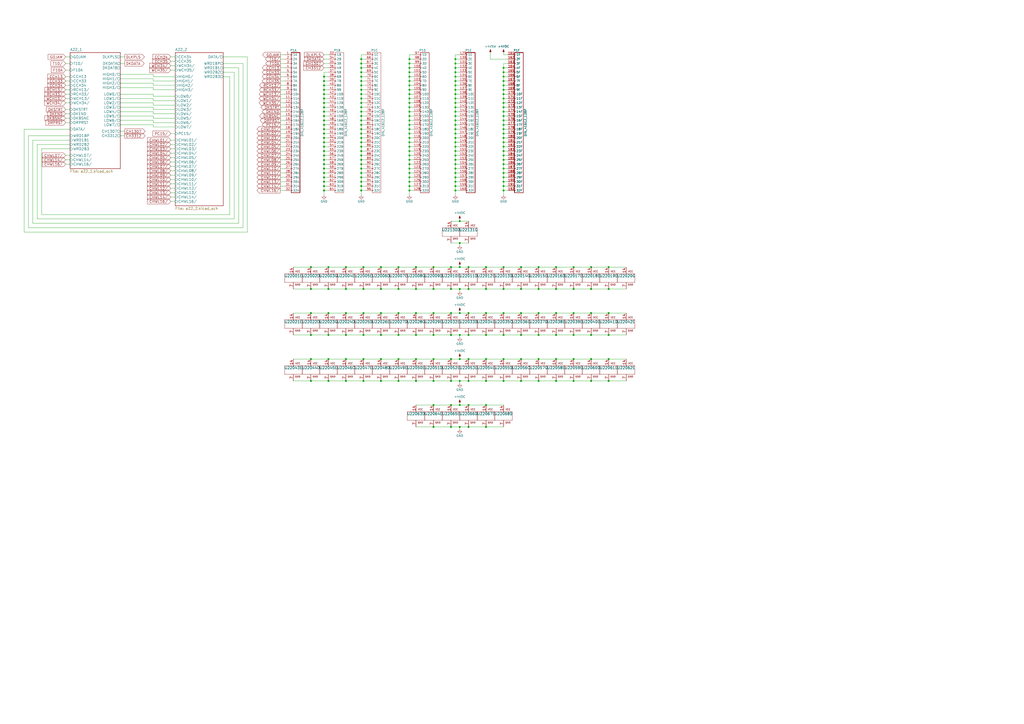
<source format=kicad_sch>
(kicad_sch (version 20211123) (generator eeschema)
  (paper "A2")
  (junction (at 264.16 36.83))
  (junction (at 281.94 154.94))
  (junction (at 187.96 59.69))
  (junction (at 292.1 41.91))
  (junction (at 209.55 54.61))
  (junction (at 187.96 74.93))
  (junction (at 187.96 46.99))
  (junction (at 237.49 64.77))
  (junction (at 209.55 57.15))
  (junction (at 210.82 181.61))
  (junction (at 322.58 181.61))
  (junction (at 264.16 80.01))
  (junction (at 209.55 67.31))
  (junction (at 264.16 34.29))
  (junction (at 264.16 87.63))
  (junction (at 353.06 220.98))
  (junction (at 266.7 234.95))
  (junction (at 271.78 181.61))
  (junction (at 237.49 95.25))
  (junction (at 209.55 52.07))
  (junction (at 187.96 69.85))
  (junction (at 292.1 100.33))
  (junction (at 264.16 54.61))
  (junction (at 292.1 52.07))
  (junction (at 237.49 72.39))
  (junction (at 209.55 72.39))
  (junction (at 302.26 154.94))
  (junction (at 237.49 100.33))
  (junction (at 187.96 85.09))
  (junction (at 266.7 247.65))
  (junction (at 266.7 128.27))
  (junction (at 264.16 46.99))
  (junction (at 190.5 154.94))
  (junction (at 292.1 90.17))
  (junction (at 220.98 167.64))
  (junction (at 264.16 67.31))
  (junction (at 187.96 97.79))
  (junction (at 187.96 100.33))
  (junction (at 237.49 105.41))
  (junction (at 209.55 44.45))
  (junction (at 332.74 154.94))
  (junction (at 241.3 208.28))
  (junction (at 292.1 39.37))
  (junction (at 312.42 167.64))
  (junction (at 271.78 220.98))
  (junction (at 281.94 167.64))
  (junction (at 261.62 154.94))
  (junction (at 237.49 74.93))
  (junction (at 210.82 208.28))
  (junction (at 322.58 154.94))
  (junction (at 237.49 36.83))
  (junction (at 231.14 220.98))
  (junction (at 332.74 220.98))
  (junction (at 292.1 46.99))
  (junction (at 251.46 208.28))
  (junction (at 264.16 49.53))
  (junction (at 342.9 181.61))
  (junction (at 271.78 154.94))
  (junction (at 187.96 110.49))
  (junction (at 187.96 72.39))
  (junction (at 187.96 77.47))
  (junction (at 261.62 167.64))
  (junction (at 281.94 247.65))
  (junction (at 209.55 85.09))
  (junction (at 231.14 208.28))
  (junction (at 342.9 220.98))
  (junction (at 220.98 181.61))
  (junction (at 251.46 154.94))
  (junction (at 251.46 220.98))
  (junction (at 237.49 39.37))
  (junction (at 187.96 87.63))
  (junction (at 264.16 41.91))
  (junction (at 237.49 90.17))
  (junction (at 292.1 62.23))
  (junction (at 266.7 167.64))
  (junction (at 209.55 69.85))
  (junction (at 264.16 72.39))
  (junction (at 292.1 59.69))
  (junction (at 190.5 194.31))
  (junction (at 187.96 44.45))
  (junction (at 210.82 220.98))
  (junction (at 237.49 102.87))
  (junction (at 266.7 140.97))
  (junction (at 200.66 154.94))
  (junction (at 237.49 67.31))
  (junction (at 180.34 208.28))
  (junction (at 220.98 208.28))
  (junction (at 353.06 194.31))
  (junction (at 312.42 208.28))
  (junction (at 264.16 97.79))
  (junction (at 264.16 57.15))
  (junction (at 209.55 74.93))
  (junction (at 190.5 208.28))
  (junction (at 332.74 208.28))
  (junction (at 281.94 234.95))
  (junction (at 241.3 220.98))
  (junction (at 271.78 167.64))
  (junction (at 187.96 90.17))
  (junction (at 261.62 234.95))
  (junction (at 209.55 41.91))
  (junction (at 237.49 59.69))
  (junction (at 180.34 194.31))
  (junction (at 237.49 62.23))
  (junction (at 241.3 194.31))
  (junction (at 237.49 54.61))
  (junction (at 264.16 52.07))
  (junction (at 264.16 85.09))
  (junction (at 353.06 181.61))
  (junction (at 209.55 46.99))
  (junction (at 264.16 102.87))
  (junction (at 187.96 49.53))
  (junction (at 264.16 44.45))
  (junction (at 237.49 57.15))
  (junction (at 187.96 105.41))
  (junction (at 237.49 80.01))
  (junction (at 302.26 194.31))
  (junction (at 271.78 208.28))
  (junction (at 292.1 57.15))
  (junction (at 264.16 92.71))
  (junction (at 209.55 102.87))
  (junction (at 271.78 194.31))
  (junction (at 322.58 167.64))
  (junction (at 220.98 194.31))
  (junction (at 241.3 167.64))
  (junction (at 261.62 247.65))
  (junction (at 261.62 220.98))
  (junction (at 251.46 167.64))
  (junction (at 292.1 110.49))
  (junction (at 264.16 90.17))
  (junction (at 220.98 220.98))
  (junction (at 266.7 220.98))
  (junction (at 281.94 194.31))
  (junction (at 180.34 154.94))
  (junction (at 292.1 92.71))
  (junction (at 251.46 234.95))
  (junction (at 292.1 67.31))
  (junction (at 209.55 100.33))
  (junction (at 210.82 194.31))
  (junction (at 281.94 220.98))
  (junction (at 302.26 220.98))
  (junction (at 200.66 194.31))
  (junction (at 187.96 57.15))
  (junction (at 231.14 167.64))
  (junction (at 292.1 69.85))
  (junction (at 209.55 34.29))
  (junction (at 322.58 194.31))
  (junction (at 251.46 194.31))
  (junction (at 292.1 54.61))
  (junction (at 292.1 181.61))
  (junction (at 302.26 167.64))
  (junction (at 353.06 167.64))
  (junction (at 264.16 69.85))
  (junction (at 209.55 64.77))
  (junction (at 237.49 92.71))
  (junction (at 292.1 82.55))
  (junction (at 209.55 77.47))
  (junction (at 251.46 181.61))
  (junction (at 264.16 95.25))
  (junction (at 200.66 208.28))
  (junction (at 312.42 181.61))
  (junction (at 209.55 90.17))
  (junction (at 200.66 220.98))
  (junction (at 187.96 102.87))
  (junction (at 292.1 80.01))
  (junction (at 332.74 194.31))
  (junction (at 292.1 95.25))
  (junction (at 200.66 167.64))
  (junction (at 251.46 247.65))
  (junction (at 292.1 74.93))
  (junction (at 209.55 92.71))
  (junction (at 322.58 220.98))
  (junction (at 237.49 82.55))
  (junction (at 302.26 181.61))
  (junction (at 210.82 154.94))
  (junction (at 210.82 167.64))
  (junction (at 187.96 62.23))
  (junction (at 209.55 105.41))
  (junction (at 209.55 110.49))
  (junction (at 209.55 80.01))
  (junction (at 292.1 85.09))
  (junction (at 266.7 181.61))
  (junction (at 220.98 154.94))
  (junction (at 292.1 167.64))
  (junction (at 264.16 110.49))
  (junction (at 209.55 62.23))
  (junction (at 312.42 154.94))
  (junction (at 261.62 208.28))
  (junction (at 237.49 46.99))
  (junction (at 180.34 181.61))
  (junction (at 209.55 97.79))
  (junction (at 264.16 39.37))
  (junction (at 180.34 167.64))
  (junction (at 266.7 208.28))
  (junction (at 264.16 107.95))
  (junction (at 237.49 107.95))
  (junction (at 332.74 181.61))
  (junction (at 312.42 220.98))
  (junction (at 187.96 52.07))
  (junction (at 190.5 167.64))
  (junction (at 302.26 208.28))
  (junction (at 332.74 167.64))
  (junction (at 292.1 72.39))
  (junction (at 264.16 64.77))
  (junction (at 322.58 208.28))
  (junction (at 281.94 208.28))
  (junction (at 292.1 105.41))
  (junction (at 209.55 36.83))
  (junction (at 292.1 154.94))
  (junction (at 264.16 100.33))
  (junction (at 353.06 208.28))
  (junction (at 187.96 82.55))
  (junction (at 271.78 247.65))
  (junction (at 292.1 49.53))
  (junction (at 209.55 39.37))
  (junction (at 187.96 80.01))
  (junction (at 292.1 102.87))
  (junction (at 292.1 77.47))
  (junction (at 261.62 194.31))
  (junction (at 237.49 41.91))
  (junction (at 292.1 64.77))
  (junction (at 231.14 154.94))
  (junction (at 190.5 181.61))
  (junction (at 241.3 154.94))
  (junction (at 264.16 59.69))
  (junction (at 241.3 181.61))
  (junction (at 209.55 87.63))
  (junction (at 292.1 194.31))
  (junction (at 231.14 181.61))
  (junction (at 264.16 77.47))
  (junction (at 271.78 234.95))
  (junction (at 209.55 82.55))
  (junction (at 209.55 49.53))
  (junction (at 266.7 194.31))
  (junction (at 292.1 220.98))
  (junction (at 237.49 52.07))
  (junction (at 264.16 82.55))
  (junction (at 312.42 194.31))
  (junction (at 264.16 62.23))
  (junction (at 281.94 181.61))
  (junction (at 237.49 69.85))
  (junction (at 231.14 194.31))
  (junction (at 342.9 167.64))
  (junction (at 200.66 181.61))
  (junction (at 187.96 54.61))
  (junction (at 292.1 87.63))
  (junction (at 187.96 92.71))
  (junction (at 187.96 67.31))
  (junction (at 264.16 74.93))
  (junction (at 292.1 97.79))
  (junction (at 187.96 107.95))
  (junction (at 292.1 208.28))
  (junction (at 237.49 97.79))
  (junction (at 261.62 181.61))
  (junction (at 209.55 59.69))
  (junction (at 237.49 85.09))
  (junction (at 266.7 154.94))
  (junction (at 353.06 154.94))
  (junction (at 187.96 64.77))
  (junction (at 237.49 44.45))
  (junction (at 292.1 44.45))
  (junction (at 292.1 107.95))
  (junction (at 209.55 95.25))
  (junction (at 209.55 107.95))
  (junction (at 187.96 95.25))
  (junction (at 237.49 77.47))
  (junction (at 237.49 49.53))
  (junction (at 342.9 154.94))
  (junction (at 237.49 34.29))
  (junction (at 264.16 105.41))
  (junction (at 190.5 220.98))
  (junction (at 342.9 194.31))
  (junction (at 237.49 110.49))
  (junction (at 180.34 220.98))
  (junction (at 237.49 87.63))
  (junction (at 342.9 208.28))
  (wire (pts (xy 292.1 97.79) (xy 292.1 100.33)))
  (wire (pts (xy 187.96 110.49) (xy 187.96 107.95)))
  (wire (pts (xy 187.96 41.91) (xy 190.5 41.91)))
  (wire (pts (xy 302.26 167.64) (xy 312.42 167.64)))
  (wire (pts (xy 342.9 208.28) (xy 353.06 208.28)))
  (wire (pts (xy 271.78 247.65) (xy 266.7 247.65)))
  (wire (pts (xy 264.16 59.69) (xy 264.16 62.23)))
  (wire (pts (xy 165.1 57.15) (xy 162.56 57.15)))
  (wire (pts (xy 209.55 95.25) (xy 212.09 95.25)))
  (wire (pts (xy 209.55 52.07) (xy 209.55 54.61)))
  (wire (pts (xy 292.1 107.95) (xy 294.64 107.95)))
  (wire (pts (xy 209.55 100.33) (xy 212.09 100.33)))
  (wire (pts (xy 292.1 44.45) (xy 292.1 46.99)))
  (wire (pts (xy 209.55 105.41) (xy 212.09 105.41)))
  (wire (pts (xy 237.49 41.91) (xy 240.03 41.91)))
  (wire (pts (xy 16.51 132.08) (xy 16.51 78.74)))
  (wire (pts (xy 180.34 154.94) (xy 190.5 154.94)))
  (wire (pts (xy 143.51 33.02) (xy 143.51 134.62)))
  (wire (pts (xy 187.96 100.33) (xy 187.96 97.79)))
  (wire (pts (xy 237.49 67.31) (xy 240.03 67.31)))
  (wire (pts (xy 264.16 64.77) (xy 266.7 64.77)))
  (wire (pts (xy 292.1 110.49) (xy 292.1 113.03)))
  (wire (pts (xy 69.85 62.23) (xy 88.9 62.23)))
  (wire (pts (xy 209.55 72.39) (xy 209.55 74.93)))
  (wire (pts (xy 231.14 208.28) (xy 241.3 208.28)))
  (wire (pts (xy 264.16 92.71) (xy 264.16 95.25)))
  (wire (pts (xy 209.55 82.55) (xy 209.55 85.09)))
  (wire (pts (xy 332.74 208.28) (xy 342.9 208.28)))
  (wire (pts (xy 209.55 49.53) (xy 209.55 52.07)))
  (wire (pts (xy 101.6 111.76) (xy 99.06 111.76)))
  (wire (pts (xy 261.62 167.64) (xy 266.7 167.64)))
  (wire (pts (xy 237.49 46.99) (xy 240.03 46.99)))
  (wire (pts (xy 40.64 57.15) (xy 38.1 57.15)))
  (wire (pts (xy 69.85 45.72) (xy 88.9 45.72)))
  (wire (pts (xy 135.89 127) (xy 21.59 127)))
  (wire (pts (xy 209.55 59.69) (xy 212.09 59.69)))
  (wire (pts (xy 264.16 72.39) (xy 264.16 74.93)))
  (wire (pts (xy 140.97 36.83) (xy 140.97 132.08)))
  (wire (pts (xy 187.96 85.09) (xy 187.96 82.55)))
  (wire (pts (xy 187.96 46.99) (xy 190.5 46.99)))
  (wire (pts (xy 264.16 67.31) (xy 264.16 69.85)))
  (wire (pts (xy 88.9 64.77) (xy 88.9 66.04)))
  (wire (pts (xy 170.18 167.64) (xy 180.34 167.64)))
  (wire (pts (xy 237.49 90.17) (xy 240.03 90.17)))
  (wire (pts (xy 237.49 95.25) (xy 240.03 95.25)))
  (wire (pts (xy 241.3 154.94) (xy 251.46 154.94)))
  (wire (pts (xy 264.16 102.87) (xy 264.16 105.41)))
  (wire (pts (xy 237.49 49.53) (xy 237.49 52.07)))
  (wire (pts (xy 101.6 99.06) (xy 99.06 99.06)))
  (wire (pts (xy 187.96 95.25) (xy 187.96 92.71)))
  (wire (pts (xy 292.1 102.87) (xy 294.64 102.87)))
  (wire (pts (xy 209.55 36.83) (xy 212.09 36.83)))
  (wire (pts (xy 264.16 102.87) (xy 266.7 102.87)))
  (wire (pts (xy 353.06 208.28) (xy 363.22 208.28)))
  (wire (pts (xy 264.16 41.91) (xy 264.16 44.45)))
  (wire (pts (xy 251.46 220.98) (xy 241.3 220.98)))
  (wire (pts (xy 264.16 39.37) (xy 264.16 41.91)))
  (wire (pts (xy 231.14 194.31) (xy 220.98 194.31)))
  (wire (pts (xy 69.85 76.2) (xy 72.39 76.2)))
  (wire (pts (xy 220.98 167.64) (xy 231.14 167.64)))
  (wire (pts (xy 40.64 52.07) (xy 38.1 52.07)))
  (wire (pts (xy 187.96 97.79) (xy 187.96 95.25)))
  (wire (pts (xy 266.7 31.75) (xy 264.16 31.75)))
  (wire (pts (xy 69.85 57.15) (xy 88.9 57.15)))
  (wire (pts (xy 237.49 69.85) (xy 237.49 72.39)))
  (wire (pts (xy 209.55 62.23) (xy 209.55 64.77)))
  (wire (pts (xy 209.55 95.25) (xy 209.55 97.79)))
  (wire (pts (xy 353.06 220.98) (xy 342.9 220.98)))
  (wire (pts (xy 187.96 77.47) (xy 187.96 74.93)))
  (wire (pts (xy 292.1 57.15) (xy 292.1 59.69)))
  (wire (pts (xy 40.64 44.45) (xy 38.1 44.45)))
  (wire (pts (xy 271.78 234.95) (xy 281.94 234.95)))
  (wire (pts (xy 271.78 194.31) (xy 266.7 194.31)))
  (wire (pts (xy 190.5 154.94) (xy 200.66 154.94)))
  (wire (pts (xy 251.46 154.94) (xy 261.62 154.94)))
  (wire (pts (xy 292.1 36.83) (xy 292.1 39.37)))
  (wire (pts (xy 237.49 82.55) (xy 237.49 85.09)))
  (wire (pts (xy 19.05 81.28) (xy 40.64 81.28)))
  (wire (pts (xy 209.55 90.17) (xy 212.09 90.17)))
  (wire (pts (xy 209.55 74.93) (xy 212.09 74.93)))
  (wire (pts (xy 165.1 49.53) (xy 162.56 49.53)))
  (wire (pts (xy 165.1 102.87) (xy 162.56 102.87)))
  (wire (pts (xy 237.49 77.47) (xy 240.03 77.47)))
  (wire (pts (xy 129.54 33.02) (xy 143.51 33.02)))
  (wire (pts (xy 292.1 107.95) (xy 292.1 110.49)))
  (wire (pts (xy 237.49 87.63) (xy 240.03 87.63)))
  (wire (pts (xy 88.9 54.61) (xy 69.85 54.61)))
  (wire (pts (xy 88.9 43.18) (xy 69.85 43.18)))
  (wire (pts (xy 292.1 59.69) (xy 292.1 62.23)))
  (wire (pts (xy 88.9 50.8) (xy 88.9 52.07)))
  (wire (pts (xy 292.1 80.01) (xy 294.64 80.01)))
  (wire (pts (xy 237.49 100.33) (xy 240.03 100.33)))
  (wire (pts (xy 237.49 74.93) (xy 240.03 74.93)))
  (wire (pts (xy 353.06 194.31) (xy 342.9 194.31)))
  (wire (pts (xy 292.1 82.55) (xy 294.64 82.55)))
  (wire (pts (xy 353.06 167.64) (xy 363.22 167.64)))
  (wire (pts (xy 264.16 107.95) (xy 266.7 107.95)))
  (wire (pts (xy 187.96 52.07) (xy 187.96 49.53)))
  (wire (pts (xy 209.55 57.15) (xy 212.09 57.15)))
  (wire (pts (xy 88.9 45.72) (xy 88.9 46.99)))
  (wire (pts (xy 220.98 208.28) (xy 231.14 208.28)))
  (wire (pts (xy 237.49 39.37) (xy 237.49 41.91)))
  (wire (pts (xy 88.9 58.42) (xy 101.6 58.42)))
  (wire (pts (xy 264.16 54.61) (xy 266.7 54.61)))
  (wire (pts (xy 271.78 154.94) (xy 281.94 154.94)))
  (wire (pts (xy 292.1 77.47) (xy 294.64 77.47)))
  (wire (pts (xy 180.34 220.98) (xy 170.18 220.98)))
  (wire (pts (xy 292.1 220.98) (xy 281.94 220.98)))
  (wire (pts (xy 237.49 62.23) (xy 240.03 62.23)))
  (wire (pts (xy 190.5 36.83) (xy 187.96 36.83)))
  (wire (pts (xy 292.1 72.39) (xy 292.1 74.93)))
  (wire (pts (xy 187.96 54.61) (xy 187.96 52.07)))
  (wire (pts (xy 187.96 80.01) (xy 190.5 80.01)))
  (wire (pts (xy 209.55 44.45) (xy 212.09 44.45)))
  (wire (pts (xy 237.49 92.71) (xy 237.49 95.25)))
  (wire (pts (xy 209.55 59.69) (xy 209.55 62.23)))
  (wire (pts (xy 264.16 44.45) (xy 266.7 44.45)))
  (wire (pts (xy 292.1 95.25) (xy 292.1 97.79)))
  (wire (pts (xy 101.6 114.3) (xy 99.06 114.3)))
  (wire (pts (xy 237.49 44.45) (xy 240.03 44.45)))
  (wire (pts (xy 292.1 44.45) (xy 294.64 44.45)))
  (wire (pts (xy 187.96 46.99) (xy 187.96 44.45)))
  (wire (pts (xy 165.1 52.07) (xy 162.56 52.07)))
  (wire (pts (xy 88.9 52.07) (xy 101.6 52.07)))
  (wire (pts (xy 266.7 167.64) (xy 271.78 167.64)))
  (wire (pts (xy 264.16 90.17) (xy 266.7 90.17)))
  (wire (pts (xy 209.55 34.29) (xy 209.55 36.83)))
  (wire (pts (xy 165.1 77.47) (xy 162.56 77.47)))
  (wire (pts (xy 264.16 31.75) (xy 264.16 34.29)))
  (wire (pts (xy 264.16 82.55) (xy 266.7 82.55)))
  (wire (pts (xy 187.96 59.69) (xy 187.96 57.15)))
  (wire (pts (xy 209.55 74.93) (xy 209.55 77.47)))
  (wire (pts (xy 187.96 62.23) (xy 187.96 59.69)))
  (wire (pts (xy 241.3 194.31) (xy 231.14 194.31)))
  (wire (pts (xy 209.55 64.77) (xy 209.55 67.31)))
  (wire (pts (xy 251.46 194.31) (xy 241.3 194.31)))
  (wire (pts (xy 138.43 129.54) (xy 19.05 129.54)))
  (wire (pts (xy 165.1 85.09) (xy 162.56 85.09)))
  (wire (pts (xy 209.55 46.99) (xy 209.55 49.53)))
  (wire (pts (xy 237.49 85.09) (xy 237.49 87.63)))
  (wire (pts (xy 332.74 181.61) (xy 342.9 181.61)))
  (wire (pts (xy 240.03 31.75) (xy 237.49 31.75)))
  (wire (pts (xy 322.58 208.28) (xy 332.74 208.28)))
  (wire (pts (xy 264.16 74.93) (xy 266.7 74.93)))
  (wire (pts (xy 292.1 87.63) (xy 294.64 87.63)))
  (wire (pts (xy 129.54 44.45) (xy 133.35 44.45)))
  (wire (pts (xy 292.1 95.25) (xy 294.64 95.25)))
  (wire (pts (xy 209.55 97.79) (xy 209.55 100.33)))
  (wire (pts (xy 237.49 72.39) (xy 237.49 74.93)))
  (wire (pts (xy 209.55 85.09) (xy 212.09 85.09)))
  (wire (pts (xy 292.1 67.31) (xy 294.64 67.31)))
  (wire (pts (xy 292.1 52.07) (xy 294.64 52.07)))
  (wire (pts (xy 241.3 208.28) (xy 251.46 208.28)))
  (wire (pts (xy 187.96 54.61) (xy 190.5 54.61)))
  (wire (pts (xy 69.85 36.83) (xy 72.39 36.83)))
  (wire (pts (xy 165.1 59.69) (xy 162.56 59.69)))
  (wire (pts (xy 266.7 247.65) (xy 261.62 247.65)))
  (wire (pts (xy 187.96 57.15) (xy 190.5 57.15)))
  (wire (pts (xy 101.6 33.02) (xy 99.06 33.02)))
  (wire (pts (xy 264.16 105.41) (xy 264.16 107.95)))
  (wire (pts (xy 292.1 92.71) (xy 294.64 92.71)))
  (wire (pts (xy 187.96 100.33) (xy 190.5 100.33)))
  (wire (pts (xy 200.66 181.61) (xy 210.82 181.61)))
  (wire (pts (xy 237.49 59.69) (xy 237.49 62.23)))
  (wire (pts (xy 101.6 93.98) (xy 99.06 93.98)))
  (wire (pts (xy 237.49 80.01) (xy 240.03 80.01)))
  (wire (pts (xy 284.48 30.48) (xy 284.48 34.29)))
  (wire (pts (xy 187.96 110.49) (xy 190.5 110.49)))
  (wire (pts (xy 237.49 44.45) (xy 237.49 46.99)))
  (wire (pts (xy 312.42 167.64) (xy 322.58 167.64)))
  (wire (pts (xy 292.1 105.41) (xy 292.1 107.95)))
  (wire (pts (xy 209.55 39.37) (xy 212.09 39.37)))
  (wire (pts (xy 292.1 62.23) (xy 294.64 62.23)))
  (wire (pts (xy 209.55 41.91) (xy 212.09 41.91)))
  (wire (pts (xy 209.55 80.01) (xy 212.09 80.01)))
  (wire (pts (xy 264.16 69.85) (xy 266.7 69.85)))
  (wire (pts (xy 237.49 87.63) (xy 237.49 90.17)))
  (wire (pts (xy 353.06 181.61) (xy 363.22 181.61)))
  (wire (pts (xy 292.1 57.15) (xy 294.64 57.15)))
  (wire (pts (xy 264.16 82.55) (xy 264.16 85.09)))
  (wire (pts (xy 264.16 69.85) (xy 264.16 72.39)))
  (wire (pts (xy 237.49 67.31) (xy 237.49 69.85)))
  (wire (pts (xy 88.9 44.45) (xy 101.6 44.45)))
  (wire (pts (xy 200.66 154.94) (xy 210.82 154.94)))
  (wire (pts (xy 101.6 88.9) (xy 99.06 88.9)))
  (wire (pts (xy 165.1 110.49) (xy 162.56 110.49)))
  (wire (pts (xy 69.85 50.8) (xy 88.9 50.8)))
  (wire (pts (xy 281.94 167.64) (xy 292.1 167.64)))
  (wire (pts (xy 209.55 87.63) (xy 209.55 90.17)))
  (wire (pts (xy 88.9 63.5) (xy 101.6 63.5)))
  (wire (pts (xy 292.1 154.94) (xy 302.26 154.94)))
  (wire (pts (xy 187.96 74.93) (xy 187.96 72.39)))
  (wire (pts (xy 165.1 72.39) (xy 162.56 72.39)))
  (wire (pts (xy 261.62 128.27) (xy 266.7 128.27)))
  (wire (pts (xy 237.49 57.15) (xy 240.03 57.15)))
  (wire (pts (xy 187.96 92.71) (xy 190.5 92.71)))
  (wire (pts (xy 342.9 220.98) (xy 332.74 220.98)))
  (wire (pts (xy 220.98 194.31) (xy 210.82 194.31)))
  (wire (pts (xy 292.1 64.77) (xy 294.64 64.77)))
  (wire (pts (xy 187.96 113.03) (xy 187.96 110.49)))
  (wire (pts (xy 210.82 181.61) (xy 220.98 181.61)))
  (wire (pts (xy 237.49 64.77) (xy 237.49 67.31)))
  (wire (pts (xy 264.16 92.71) (xy 266.7 92.71)))
  (wire (pts (xy 264.16 85.09) (xy 264.16 87.63)))
  (wire (pts (xy 101.6 96.52) (xy 99.06 96.52)))
  (wire (pts (xy 292.1 90.17) (xy 292.1 92.71)))
  (wire (pts (xy 187.96 95.25) (xy 190.5 95.25)))
  (wire (pts (xy 322.58 194.31) (xy 312.42 194.31)))
  (wire (pts (xy 281.94 194.31) (xy 271.78 194.31)))
  (wire (pts (xy 165.1 82.55) (xy 162.56 82.55)))
  (wire (pts (xy 101.6 91.44) (xy 99.06 91.44)))
  (wire (pts (xy 264.16 54.61) (xy 264.16 57.15)))
  (wire (pts (xy 237.49 95.25) (xy 237.49 97.79)))
  (wire (pts (xy 88.9 62.23) (xy 88.9 63.5)))
  (wire (pts (xy 24.13 124.46) (xy 24.13 86.36)))
  (wire (pts (xy 264.16 72.39) (xy 266.7 72.39)))
  (wire (pts (xy 187.96 72.39) (xy 190.5 72.39)))
  (wire (pts (xy 187.96 64.77) (xy 187.96 62.23)))
  (wire (pts (xy 237.49 85.09) (xy 240.03 85.09)))
  (wire (pts (xy 302.26 181.61) (xy 312.42 181.61)))
  (wire (pts (xy 266.7 127) (xy 266.7 128.27)))
  (wire (pts (xy 322.58 181.61) (xy 332.74 181.61)))
  (wire (pts (xy 237.49 46.99) (xy 237.49 49.53)))
  (wire (pts (xy 264.16 49.53) (xy 264.16 52.07)))
  (wire (pts (xy 264.16 97.79) (xy 266.7 97.79)))
  (wire (pts (xy 231.14 167.64) (xy 241.3 167.64)))
  (wire (pts (xy 264.16 97.79) (xy 264.16 100.33)))
  (wire (pts (xy 281.94 208.28) (xy 292.1 208.28)))
  (wire (pts (xy 294.64 36.83) (xy 292.1 36.83)))
  (wire (pts (xy 210.82 208.28) (xy 220.98 208.28)))
  (wire (pts (xy 200.66 167.64) (xy 210.82 167.64)))
  (wire (pts (xy 209.55 100.33) (xy 209.55 102.87)))
  (wire (pts (xy 292.1 80.01) (xy 292.1 82.55)))
  (wire (pts (xy 266.7 234.95) (xy 271.78 234.95)))
  (wire (pts (xy 264.16 67.31) (xy 266.7 67.31)))
  (wire (pts (xy 292.1 41.91) (xy 292.1 44.45)))
  (wire (pts (xy 180.34 181.61) (xy 190.5 181.61)))
  (wire (pts (xy 16.51 78.74) (xy 40.64 78.74)))
  (wire (pts (xy 292.1 41.91) (xy 294.64 41.91)))
  (wire (pts (xy 40.64 36.83) (xy 38.1 36.83)))
  (wire (pts (xy 264.16 87.63) (xy 266.7 87.63)))
  (wire (pts (xy 101.6 86.36) (xy 99.06 86.36)))
  (wire (pts (xy 281.94 247.65) (xy 271.78 247.65)))
  (wire (pts (xy 40.64 40.64) (xy 38.1 40.64)))
  (wire (pts (xy 40.64 95.25) (xy 38.1 95.25)))
  (wire (pts (xy 40.64 59.69) (xy 38.1 59.69)))
  (wire (pts (xy 40.64 54.61) (xy 38.1 54.61)))
  (wire (pts (xy 170.18 208.28) (xy 180.34 208.28)))
  (wire (pts (xy 165.1 62.23) (xy 162.56 62.23)))
  (wire (pts (xy 261.62 234.95) (xy 266.7 234.95)))
  (wire (pts (xy 187.96 69.85) (xy 187.96 67.31)))
  (wire (pts (xy 292.1 90.17) (xy 294.64 90.17)))
  (wire (pts (xy 266.7 154.94) (xy 271.78 154.94)))
  (wire (pts (xy 129.54 36.83) (xy 140.97 36.83)))
  (wire (pts (xy 190.5 220.98) (xy 180.34 220.98)))
  (wire (pts (xy 237.49 97.79) (xy 240.03 97.79)))
  (wire (pts (xy 292.1 54.61) (xy 294.64 54.61)))
  (wire (pts (xy 266.7 247.65) (xy 266.7 248.92)))
  (wire (pts (xy 332.74 220.98) (xy 322.58 220.98)))
  (wire (pts (xy 312.42 194.31) (xy 302.26 194.31)))
  (wire (pts (xy 101.6 40.64) (xy 99.06 40.64)))
  (wire (pts (xy 312.42 154.94) (xy 322.58 154.94)))
  (wire (pts (xy 187.96 102.87) (xy 187.96 100.33)))
  (wire (pts (xy 200.66 220.98) (xy 190.5 220.98)))
  (wire (pts (xy 292.1 72.39) (xy 294.64 72.39)))
  (wire (pts (xy 165.1 95.25) (xy 162.56 95.25)))
  (wire (pts (xy 209.55 39.37) (xy 209.55 41.91)))
  (wire (pts (xy 165.1 39.37) (xy 162.56 39.37)))
  (wire (pts (xy 237.49 80.01) (xy 237.49 82.55)))
  (wire (pts (xy 292.1 67.31) (xy 292.1 69.85)))
  (wire (pts (xy 24.13 86.36) (xy 40.64 86.36)))
  (wire (pts (xy 209.55 77.47) (xy 209.55 80.01)))
  (wire (pts (xy 69.85 67.31) (xy 88.9 67.31)))
  (wire (pts (xy 251.46 208.28) (xy 261.62 208.28)))
  (wire (pts (xy 209.55 31.75) (xy 209.55 34.29)))
  (wire (pts (xy 209.55 64.77) (xy 212.09 64.77)))
  (wire (pts (xy 292.1 105.41) (xy 294.64 105.41)))
  (wire (pts (xy 88.9 73.66) (xy 101.6 73.66)))
  (wire (pts (xy 165.1 97.79) (xy 162.56 97.79)))
  (wire (pts (xy 200.66 194.31) (xy 190.5 194.31)))
  (wire (pts (xy 264.16 110.49) (xy 264.16 113.03)))
  (wire (pts (xy 237.49 62.23) (xy 237.49 64.77)))
  (wire (pts (xy 237.49 41.91) (xy 237.49 44.45)))
  (wire (pts (xy 237.49 59.69) (xy 240.03 59.69)))
  (wire (pts (xy 251.46 234.95) (xy 261.62 234.95)))
  (wire (pts (xy 264.16 36.83) (xy 266.7 36.83)))
  (wire (pts (xy 292.1 194.31) (xy 281.94 194.31)))
  (wire (pts (xy 170.18 181.61) (xy 180.34 181.61)))
  (wire (pts (xy 292.1 46.99) (xy 292.1 49.53)))
  (wire (pts (xy 271.78 167.64) (xy 281.94 167.64)))
  (wire (pts (xy 40.64 66.04) (xy 38.1 66.04)))
  (wire (pts (xy 292.1 100.33) (xy 292.1 102.87)))
  (wire (pts (xy 266.7 128.27) (xy 271.78 128.27)))
  (wire (pts (xy 165.1 34.29) (xy 162.56 34.29)))
  (wire (pts (xy 292.1 39.37) (xy 294.64 39.37)))
  (wire (pts (xy 266.7 194.31) (xy 261.62 194.31)))
  (wire (pts (xy 210.82 220.98) (xy 200.66 220.98)))
  (wire (pts (xy 187.96 49.53) (xy 187.96 46.99)))
  (wire (pts (xy 353.06 154.94) (xy 363.22 154.94)))
  (wire (pts (xy 332.74 194.31) (xy 322.58 194.31)))
  (wire (pts (xy 101.6 106.68) (xy 99.06 106.68)))
  (wire (pts (xy 292.1 87.63) (xy 292.1 90.17)))
  (wire (pts (xy 302.26 220.98) (xy 292.1 220.98)))
  (wire (pts (xy 209.55 107.95) (xy 212.09 107.95)))
  (wire (pts (xy 209.55 105.41) (xy 209.55 107.95)))
  (wire (pts (xy 101.6 38.1) (xy 99.06 38.1)))
  (wire (pts (xy 165.1 67.31) (xy 162.56 67.31)))
  (wire (pts (xy 332.74 167.64) (xy 342.9 167.64)))
  (wire (pts (xy 129.54 41.91) (xy 135.89 41.91)))
  (wire (pts (xy 165.1 46.99) (xy 162.56 46.99)))
  (wire (pts (xy 292.1 92.71) (xy 292.1 95.25)))
  (wire (pts (xy 264.16 85.09) (xy 266.7 85.09)))
  (wire (pts (xy 237.49 97.79) (xy 237.49 100.33)))
  (wire (pts (xy 312.42 181.61) (xy 322.58 181.61)))
  (wire (pts (xy 165.1 69.85) (xy 162.56 69.85)))
  (wire (pts (xy 69.85 69.85) (xy 88.9 69.85)))
  (wire (pts (xy 292.1 74.93) (xy 292.1 77.47)))
  (wire (pts (xy 187.96 92.71) (xy 187.96 90.17)))
  (wire (pts (xy 264.16 105.41) (xy 266.7 105.41)))
  (wire (pts (xy 237.49 57.15) (xy 237.49 59.69)))
  (wire (pts (xy 237.49 49.53) (xy 240.03 49.53)))
  (wire (pts (xy 88.9 54.61) (xy 88.9 55.88)))
  (wire (pts (xy 264.16 57.15) (xy 266.7 57.15)))
  (wire (pts (xy 138.43 39.37) (xy 138.43 129.54)))
  (wire (pts (xy 209.55 107.95) (xy 209.55 110.49)))
  (wire (pts (xy 69.85 48.26) (xy 88.9 48.26)))
  (wire (pts (xy 101.6 109.22) (xy 99.06 109.22)))
  (wire (pts (xy 231.14 154.94) (xy 241.3 154.94)))
  (wire (pts (xy 266.7 220.98) (xy 266.7 222.25)))
  (wire (pts (xy 292.1 49.53) (xy 292.1 52.07)))
  (wire (pts (xy 292.1 62.23) (xy 292.1 64.77)))
  (wire (pts (xy 281.94 154.94) (xy 292.1 154.94)))
  (wire (pts (xy 187.96 69.85) (xy 190.5 69.85)))
  (wire (pts (xy 271.78 220.98) (xy 266.7 220.98)))
  (wire (pts (xy 261.62 208.28) (xy 266.7 208.28)))
  (wire (pts (xy 261.62 181.61) (xy 266.7 181.61)))
  (wire (pts (xy 187.96 57.15) (xy 187.96 54.61)))
  (wire (pts (xy 302.26 194.31) (xy 292.1 194.31)))
  (wire (pts (xy 88.9 64.77) (xy 69.85 64.77)))
  (wire (pts (xy 292.1 208.28) (xy 302.26 208.28)))
  (wire (pts (xy 209.55 85.09) (xy 209.55 87.63)))
  (wire (pts (xy 88.9 66.04) (xy 101.6 66.04)))
  (wire (pts (xy 88.9 57.15) (xy 88.9 58.42)))
  (wire (pts (xy 264.16 34.29) (xy 264.16 36.83)))
  (wire (pts (xy 187.96 67.31) (xy 187.96 64.77)))
  (wire (pts (xy 237.49 102.87) (xy 237.49 105.41)))
  (wire (pts (xy 231.14 181.61) (xy 241.3 181.61)))
  (wire (pts (xy 209.55 110.49) (xy 212.09 110.49)))
  (wire (pts (xy 251.46 247.65) (xy 241.3 247.65)))
  (wire (pts (xy 40.64 33.02) (xy 38.1 33.02)))
  (wire (pts (xy 129.54 39.37) (xy 138.43 39.37)))
  (wire (pts (xy 264.16 87.63) (xy 264.16 90.17)))
  (wire (pts (xy 165.1 54.61) (xy 162.56 54.61)))
  (wire (pts (xy 261.62 140.97) (xy 266.7 140.97)))
  (wire (pts (xy 209.55 69.85) (xy 209.55 72.39)))
  (wire (pts (xy 322.58 167.64) (xy 332.74 167.64)))
  (wire (pts (xy 21.59 127) (xy 21.59 83.82)))
  (wire (pts (xy 88.9 67.31) (xy 88.9 68.58)))
  (wire (pts (xy 332.74 154.94) (xy 342.9 154.94)))
  (wire (pts (xy 209.55 80.01) (xy 209.55 82.55)))
  (wire (pts (xy 264.16 77.47) (xy 266.7 77.47)))
  (wire (pts (xy 165.1 90.17) (xy 162.56 90.17)))
  (wire (pts (xy 271.78 181.61) (xy 281.94 181.61)))
  (wire (pts (xy 190.5 194.31) (xy 180.34 194.31)))
  (wire (pts (xy 266.7 140.97) (xy 271.78 140.97)))
  (wire (pts (xy 209.55 36.83) (xy 209.55 39.37)))
  (wire (pts (xy 40.64 92.71) (xy 38.1 92.71)))
  (wire (pts (xy 281.94 234.95) (xy 292.1 234.95)))
  (wire (pts (xy 180.34 208.28) (xy 190.5 208.28)))
  (wire (pts (xy 190.5 34.29) (xy 187.96 34.29)))
  (wire (pts (xy 190.5 167.64) (xy 200.66 167.64)))
  (wire (pts (xy 209.55 54.61) (xy 212.09 54.61)))
  (wire (pts (xy 292.1 52.07) (xy 292.1 54.61)))
  (wire (pts (xy 266.7 207.01) (xy 266.7 208.28)))
  (wire (pts (xy 209.55 102.87) (xy 212.09 102.87)))
  (wire (pts (xy 237.49 77.47) (xy 237.49 80.01)))
  (wire (pts (xy 312.42 220.98) (xy 302.26 220.98)))
  (wire (pts (xy 40.64 63.5) (xy 38.1 63.5)))
  (wire (pts (xy 209.55 90.17) (xy 209.55 92.71)))
  (wire (pts (xy 292.1 31.75) (xy 292.1 30.48)))
  (wire (pts (xy 40.64 46.99) (xy 38.1 46.99)))
  (wire (pts (xy 210.82 194.31) (xy 200.66 194.31)))
  (wire (pts (xy 187.96 107.95) (xy 190.5 107.95)))
  (wire (pts (xy 88.9 48.26) (xy 88.9 49.53)))
  (wire (pts (xy 88.9 55.88) (xy 101.6 55.88)))
  (wire (pts (xy 13.97 134.62) (xy 13.97 74.93)))
  (wire (pts (xy 40.64 68.58) (xy 38.1 68.58)))
  (wire (pts (xy 266.7 167.64) (xy 266.7 168.91)))
  (wire (pts (xy 187.96 52.07) (xy 190.5 52.07)))
  (wire (pts (xy 264.16 57.15) (xy 264.16 59.69)))
  (wire (pts (xy 237.49 64.77) (xy 240.03 64.77)))
  (wire (pts (xy 165.1 74.93) (xy 162.56 74.93)))
  (wire (pts (xy 165.1 100.33) (xy 162.56 100.33)))
  (wire (pts (xy 237.49 102.87) (xy 240.03 102.87)))
  (wire (pts (xy 209.55 49.53) (xy 212.09 49.53)))
  (wire (pts (xy 292.1 69.85) (xy 294.64 69.85)))
  (wire (pts (xy 88.9 71.12) (xy 101.6 71.12)))
  (wire (pts (xy 292.1 102.87) (xy 292.1 105.41)))
  (wire (pts (xy 292.1 181.61) (xy 302.26 181.61)))
  (wire (pts (xy 210.82 167.64) (xy 220.98 167.64)))
  (wire (pts (xy 264.16 110.49) (xy 266.7 110.49)))
  (wire (pts (xy 165.1 36.83) (xy 162.56 36.83)))
  (wire (pts (xy 264.16 62.23) (xy 264.16 64.77)))
  (wire (pts (xy 101.6 104.14) (xy 99.06 104.14)))
  (wire (pts (xy 266.7 34.29) (xy 264.16 34.29)))
  (wire (pts (xy 187.96 90.17) (xy 190.5 90.17)))
  (wire (pts (xy 264.16 64.77) (xy 264.16 67.31)))
  (wire (pts (xy 292.1 100.33) (xy 294.64 100.33)))
  (wire (pts (xy 209.55 52.07) (xy 212.09 52.07)))
  (wire (pts (xy 165.1 87.63) (xy 162.56 87.63)))
  (wire (pts (xy 264.16 49.53) (xy 266.7 49.53)))
  (wire (pts (xy 266.7 180.34) (xy 266.7 181.61)))
  (wire (pts (xy 266.7 233.68) (xy 266.7 234.95)))
  (wire (pts (xy 190.5 208.28) (xy 200.66 208.28)))
  (wire (pts (xy 187.96 62.23) (xy 190.5 62.23)))
  (wire (pts (xy 266.7 153.67) (xy 266.7 154.94)))
  (wire (pts (xy 170.18 154.94) (xy 180.34 154.94)))
  (wire (pts (xy 187.96 64.77) (xy 190.5 64.77)))
  (wire (pts (xy 264.16 46.99) (xy 266.7 46.99)))
  (wire (pts (xy 281.94 181.61) (xy 292.1 181.61)))
  (wire (pts (xy 209.55 72.39) (xy 212.09 72.39)))
  (wire (pts (xy 88.9 59.69) (xy 88.9 60.96)))
  (wire (pts (xy 40.64 90.17) (xy 38.1 90.17)))
  (wire (pts (xy 69.85 33.02) (xy 72.39 33.02)))
  (wire (pts (xy 209.55 46.99) (xy 212.09 46.99)))
  (wire (pts (xy 261.62 247.65) (xy 251.46 247.65)))
  (wire (pts (xy 292.1 74.93) (xy 294.64 74.93)))
  (wire (pts (xy 88.9 49.53) (xy 101.6 49.53)))
  (wire (pts (xy 264.16 90.17) (xy 264.16 92.71)))
  (wire (pts (xy 264.16 107.95) (xy 264.16 110.49)))
  (wire (pts (xy 363.22 194.31) (xy 353.06 194.31)))
  (wire (pts (xy 292.1 59.69) (xy 294.64 59.69)))
  (wire (pts (xy 237.49 31.75) (xy 237.49 34.29)))
  (wire (pts (xy 264.16 74.93) (xy 264.16 77.47)))
  (wire (pts (xy 101.6 101.6) (xy 99.06 101.6)))
  (wire (pts (xy 237.49 90.17) (xy 237.49 92.71)))
  (wire (pts (xy 187.96 90.17) (xy 187.96 87.63)))
  (wire (pts (xy 209.55 67.31) (xy 212.09 67.31)))
  (wire (pts (xy 237.49 105.41) (xy 237.49 107.95)))
  (wire (pts (xy 140.97 132.08) (xy 16.51 132.08)))
  (wire (pts (xy 237.49 69.85) (xy 240.03 69.85)))
  (wire (pts (xy 237.49 107.95) (xy 240.03 107.95)))
  (wire (pts (xy 342.9 194.31) (xy 332.74 194.31)))
  (wire (pts (xy 237.49 54.61) (xy 240.03 54.61)))
  (wire (pts (xy 237.49 34.29) (xy 237.49 36.83)))
  (wire (pts (xy 294.64 31.75) (xy 292.1 31.75)))
  (wire (pts (xy 209.55 110.49) (xy 209.55 113.03)))
  (wire (pts (xy 187.96 67.31) (xy 190.5 67.31)))
  (wire (pts (xy 292.1 167.64) (xy 302.26 167.64)))
  (wire (pts (xy 135.89 41.91) (xy 135.89 127)))
  (wire (pts (xy 237.49 52.07) (xy 240.03 52.07)))
  (wire (pts (xy 237.49 92.71) (xy 240.03 92.71)))
  (wire (pts (xy 187.96 102.87) (xy 190.5 102.87)))
  (wire (pts (xy 209.55 44.45) (xy 209.55 46.99)))
  (wire (pts (xy 237.49 82.55) (xy 240.03 82.55)))
  (wire (pts (xy 13.97 74.93) (xy 40.64 74.93)))
  (wire (pts (xy 261.62 220.98) (xy 251.46 220.98)))
  (wire (pts (xy 322.58 220.98) (xy 312.42 220.98)))
  (wire (pts (xy 281.94 220.98) (xy 271.78 220.98)))
  (wire (pts (xy 200.66 208.28) (xy 210.82 208.28)))
  (wire (pts (xy 88.9 46.99) (xy 101.6 46.99)))
  (wire (pts (xy 264.16 36.83) (xy 264.16 39.37)))
  (wire (pts (xy 266.7 208.28) (xy 271.78 208.28)))
  (wire (pts (xy 266.7 220.98) (xy 261.62 220.98)))
  (wire (pts (xy 190.5 181.61) (xy 200.66 181.61)))
  (wire (pts (xy 241.3 167.64) (xy 251.46 167.64)))
  (wire (pts (xy 292.1 85.09) (xy 294.64 85.09)))
  (wire (pts (xy 187.96 74.93) (xy 190.5 74.93)))
  (wire (pts (xy 165.1 31.75) (xy 162.56 31.75)))
  (wire (pts (xy 292.1 77.47) (xy 292.1 80.01)))
  (wire (pts (xy 237.49 36.83) (xy 240.03 36.83)))
  (wire (pts (xy 209.55 69.85) (xy 212.09 69.85)))
  (wire (pts (xy 209.55 102.87) (xy 209.55 105.41)))
  (wire (pts (xy 187.96 59.69) (xy 190.5 59.69)))
  (wire (pts (xy 210.82 154.94) (xy 220.98 154.94)))
  (wire (pts (xy 165.1 105.41) (xy 162.56 105.41)))
  (wire (pts (xy 292.1 49.53) (xy 294.64 49.53)))
  (wire (pts (xy 101.6 81.28) (xy 99.06 81.28)))
  (wire (pts (xy 40.64 71.12) (xy 38.1 71.12)))
  (wire (pts (xy 264.16 95.25) (xy 264.16 97.79)))
  (wire (pts (xy 180.34 167.64) (xy 190.5 167.64)))
  (wire (pts (xy 212.09 34.29) (xy 209.55 34.29)))
  (wire (pts (xy 292.1 247.65) (xy 281.94 247.65)))
  (wire (pts (xy 264.16 44.45) (xy 264.16 46.99)))
  (wire (pts (xy 187.96 44.45) (xy 190.5 44.45)))
  (wire (pts (xy 271.78 208.28) (xy 281.94 208.28)))
  (wire (pts (xy 165.1 92.71) (xy 162.56 92.71)))
  (wire (pts (xy 264.16 52.07) (xy 264.16 54.61)))
  (wire (pts (xy 220.98 220.98) (xy 210.82 220.98)))
  (wire (pts (xy 241.3 181.61) (xy 251.46 181.61)))
  (wire (pts (xy 312.42 208.28) (xy 322.58 208.28)))
  (wire (pts (xy 220.98 181.61) (xy 231.14 181.61)))
  (wire (pts (xy 69.85 59.69) (xy 88.9 59.69)))
  (wire (pts (xy 187.96 87.63) (xy 190.5 87.63)))
  (wire (pts (xy 302.26 208.28) (xy 312.42 208.28)))
  (wire (pts (xy 165.1 41.91) (xy 162.56 41.91)))
  (wire (pts (xy 187.96 97.79) (xy 190.5 97.79)))
  (wire (pts (xy 209.55 82.55) (xy 212.09 82.55)))
  (wire (pts (xy 165.1 80.01) (xy 162.56 80.01)))
  (wire (pts (xy 237.49 74.93) (xy 237.49 77.47)))
  (wire (pts (xy 292.1 110.49) (xy 294.64 110.49)))
  (wire (pts (xy 21.59 83.82) (xy 40.64 83.82)))
  (wire (pts (xy 69.85 72.39) (xy 88.9 72.39)))
  (wire (pts (xy 266.7 140.97) (xy 266.7 142.24)))
  (wire (pts (xy 209.55 92.71) (xy 212.09 92.71)))
  (wire (pts (xy 180.34 194.31) (xy 170.18 194.31)))
  (wire (pts (xy 237.49 110.49) (xy 240.03 110.49)))
  (wire (pts (xy 261.62 154.94) (xy 266.7 154.94)))
  (wire (pts (xy 322.58 154.94) (xy 332.74 154.94)))
  (wire (pts (xy 264.16 52.07) (xy 266.7 52.07)))
  (wire (pts (xy 231.14 220.98) (xy 220.98 220.98)))
  (wire (pts (xy 342.9 154.94) (xy 353.06 154.94)))
  (wire (pts (xy 302.26 154.94) (xy 312.42 154.94)))
  (wire (pts (xy 240.03 34.29) (xy 237.49 34.29)))
  (wire (pts (xy 251.46 167.64) (xy 261.62 167.64)))
  (wire (pts (xy 292.1 39.37) (xy 292.1 41.91)))
  (wire (pts (xy 264.16 80.01) (xy 266.7 80.01)))
  (wire (pts (xy 187.96 105.41) (xy 190.5 105.41)))
  (wire (pts (xy 264.16 80.01) (xy 264.16 82.55)))
  (wire (pts (xy 187.96 44.45) (xy 187.96 41.91)))
  (wire (pts (xy 237.49 100.33) (xy 237.49 102.87)))
  (wire (pts (xy 264.16 77.47) (xy 264.16 80.01)))
  (wire (pts (xy 264.16 100.33) (xy 266.7 100.33)))
  (wire (pts (xy 88.9 72.39) (xy 88.9 73.66)))
  (wire (pts (xy 292.1 85.09) (xy 292.1 87.63)))
  (wire (pts (xy 133.35 44.45) (xy 133.35 124.46)))
  (wire (pts (xy 209.55 92.71) (xy 209.55 95.25)))
  (wire (pts (xy 187.96 82.55) (xy 190.5 82.55)))
  (wire (pts (xy 187.96 107.95) (xy 187.96 105.41)))
  (wire (pts (xy 143.51 134.62) (xy 13.97 134.62)))
  (wire (pts (xy 40.64 49.53) (xy 38.1 49.53)))
  (wire (pts (xy 209.55 77.47) (xy 212.09 77.47)))
  (wire (pts (xy 165.1 44.45) (xy 162.56 44.45)))
  (wire (pts (xy 209.55 41.91) (xy 209.55 44.45)))
  (wire (pts (xy 292.1 64.77) (xy 292.1 67.31)))
  (wire (pts (xy 165.1 107.95) (xy 162.56 107.95)))
  (wire (pts (xy 133.35 124.46) (xy 24.13 124.46)))
  (wire (pts (xy 88.9 60.96) (xy 101.6 60.96)))
  (wire (pts (xy 251.46 181.61) (xy 261.62 181.61)))
  (wire (pts (xy 237.49 107.95) (xy 237.49 110.49)))
  (wire (pts (xy 342.9 181.61) (xy 353.06 181.61)))
  (wire (pts (xy 187.96 105.41) (xy 187.96 102.87)))
  (wire (pts (xy 266.7 181.61) (xy 271.78 181.61)))
  (wire (pts (xy 190.5 39.37) (xy 187.96 39.37)))
  (wire (pts (xy 209.55 67.31) (xy 209.55 69.85)))
  (wire (pts (xy 237.49 36.83) (xy 237.49 39.37)))
  (wire (pts (xy 284.48 34.29) (xy 294.64 34.29)))
  (wire (pts (xy 165.1 64.77) (xy 162.56 64.77)))
  (wire (pts (xy 363.22 220.98) (xy 353.06 220.98)))
  (wire (pts (xy 19.05 129.54) (xy 19.05 81.28)))
  (wire (pts (xy 187.96 82.55) (xy 187.96 80.01)))
  (wire (pts (xy 101.6 77.47) (xy 99.06 77.47)))
  (wire (pts (xy 209.55 97.79) (xy 212.09 97.79)))
  (wire (pts (xy 264.16 46.99) (xy 264.16 49.53)))
  (wire (pts (xy 187.96 77.47) (xy 190.5 77.47)))
  (wire (pts (xy 266.7 194.31) (xy 266.7 195.58)))
  (wire (pts (xy 292.1 69.85) (xy 292.1 72.39)))
  (wire (pts (xy 237.49 54.61) (xy 237.49 57.15)))
  (wire (pts (xy 261.62 194.31) (xy 251.46 194.31)))
  (wire (pts (xy 241.3 234.95) (xy 251.46 234.95)))
  (wire (pts (xy 264.16 95.25) (xy 266.7 95.25)))
  (wire (pts (xy 69.85 78.74) (xy 72.39 78.74)))
  (wire (pts (xy 264.16 62.23) (xy 266.7 62.23)))
  (wire (pts (xy 209.55 57.15) (xy 209.55 59.69)))
  (wire (pts (xy 209.55 87.63) (xy 212.09 87.63)))
  (wire (pts (xy 292.1 82.55) (xy 292.1 85.09)))
  (wire (pts (xy 190.5 31.75) (xy 187.96 31.75)))
  (wire (pts (xy 241.3 220.98) (xy 231.14 220.98)))
  (wire (pts (xy 88.9 43.18) (xy 88.9 44.45)))
  (wire (pts (xy 264.16 59.69) (xy 266.7 59.69)))
  (wire (pts (xy 187.96 87.63) (xy 187.96 85.09)))
  (wire (pts (xy 220.98 154.94) (xy 231.14 154.94)))
  (wire (pts (xy 187.96 49.53) (xy 190.5 49.53)))
  (wire (pts (xy 264.16 100.33) (xy 264.16 102.87)))
  (wire (pts (xy 101.6 116.84) (xy 99.06 116.84)))
  (wire (pts (xy 237.49 110.49) (xy 237.49 113.03)))
  (wire (pts (xy 101.6 35.56) (xy 99.06 35.56)))
  (wire (pts (xy 292.1 46.99) (xy 294.64 46.99)))
  (wire (pts (xy 264.16 39.37) (xy 266.7 39.37)))
  (wire (pts (xy 187.96 85.09) (xy 190.5 85.09)))
  (wire (pts (xy 292.1 97.79) (xy 294.64 97.79)))
  (wire (pts (xy 264.16 41.91) (xy 266.7 41.91)))
  (wire (pts (xy 101.6 83.82) (xy 99.06 83.82)))
  (wire (pts (xy 292.1 54.61) (xy 292.1 57.15)))
  (wire (pts (xy 237.49 39.37) (xy 240.03 39.37)))
  (wire (pts (xy 187.96 80.01) (xy 187.96 77.47)))
  (wire (pts (xy 187.96 72.39) (xy 187.96 69.85)))
  (wire (pts (xy 342.9 167.64) (xy 353.06 167.64)))
  (wire (pts (xy 88.9 69.85) (xy 88.9 71.12)))
  (wire (pts (xy 237.49 72.39) (xy 240.03 72.39)))
  (wire (pts (xy 237.49 105.41) (xy 240.03 105.41)))
  (wire (pts (xy 209.55 54.61) (xy 209.55 57.15)))
  (wire (pts (xy 237.49 52.07) (xy 237.49 54.61)))
  (wire (pts (xy 209.55 62.23) (xy 212.09 62.23)))
  (wire (pts (xy 212.09 31.75) (xy 209.55 31.75)))
  (wire (pts (xy 88.9 68.58) (xy 101.6 68.58)))
  (global_label "CHWL07/" (shape input) (at 99.06 96.52 180) (effects (font (size 1.524 1.524))) (property "Referenzen zwischen Schaltplänen" "${INTERSHEET_REFS}" (effects hide)))
  (global_label "RCH13/" (shape output) (at 162.56 49.53 180) (effects (font (size 1.524 1.524))) (property "Referenzen zwischen Schaltplänen" "${INTERSHEET_REFS}" (effects hide)))
  (global_label "CCH33" (shape input) (at 38.1 46.99 180) (effects (font (size 1.524 1.524))) (property "Referenzen zwischen Schaltplänen" "${INTERSHEET_REFS}" (effects hide)))
  (global_label "RCH33/" (shape input) (at 38.1 54.61 180) (effects (font (size 1.524 1.524))) (property "Referenzen zwischen Schaltplänen" "${INTERSHEET_REFS}" (effects hide)))
  (global_label "PC15/" (shape output) (at 162.56 72.39 180) (effects (font (size 1.524 1.524))) (property "Referenzen zwischen Schaltplänen" "${INTERSHEET_REFS}" (effects hide)))
  (global_label "CH1307" (shape input) (at 187.96 36.83 180) (effects (font (size 1.524 1.524))) (property "Referenzen zwischen Schaltplänen" "${INTERSHEET_REFS}" (effects hide)))
  (global_label "CHWL08/" (shape output) (at 162.56 92.71 180) (effects (font (size 1.524 1.524))) (property "Referenzen zwischen Schaltplänen" "${INTERSHEET_REFS}" (effects hide)))
  (global_label "T10/" (shape output) (at 162.56 34.29 180) (effects (font (size 1.524 1.524))) (property "Referenzen zwischen Schaltplänen" "${INTERSHEET_REFS}" (effects hide)))
  (global_label "DRPRST" (shape output) (at 162.56 69.85 180) (effects (font (size 1.524 1.524))) (property "Referenzen zwischen Schaltplänen" "${INTERSHEET_REFS}" (effects hide)))
  (global_label "CCH13" (shape output) (at 162.56 39.37 180) (effects (font (size 1.524 1.524))) (property "Referenzen zwischen Schaltplänen" "${INTERSHEET_REFS}" (effects hide)))
  (global_label "CHWL02/" (shape output) (at 162.56 77.47 180) (effects (font (size 1.524 1.524))) (property "Referenzen zwischen Schaltplänen" "${INTERSHEET_REFS}" (effects hide)))
  (global_label "CHWL14/" (shape input) (at 38.1 92.71 180) (effects (font (size 1.524 1.524))) (property "Referenzen zwischen Schaltplänen" "${INTERSHEET_REFS}" (effects hide)))
  (global_label "WCH34/" (shape input) (at 38.1 59.69 180) (effects (font (size 1.524 1.524))) (property "Referenzen zwischen Schaltplänen" "${INTERSHEET_REFS}" (effects hide)))
  (global_label "CH3312" (shape input) (at 187.96 39.37 180) (effects (font (size 1.524 1.524))) (property "Referenzen zwischen Schaltplänen" "${INTERSHEET_REFS}" (effects hide)))
  (global_label "CHWL10/" (shape output) (at 162.56 97.79 180) (effects (font (size 1.524 1.524))) (property "Referenzen zwischen Schaltplänen" "${INTERSHEET_REFS}" (effects hide)))
  (global_label "CHWL16/" (shape input) (at 99.06 116.84 180) (effects (font (size 1.524 1.524))) (property "Referenzen zwischen Schaltplänen" "${INTERSHEET_REFS}" (effects hide)))
  (global_label "CHWL02/" (shape input) (at 99.06 83.82 180) (effects (font (size 1.524 1.524))) (property "Referenzen zwischen Schaltplänen" "${INTERSHEET_REFS}" (effects hide)))
  (global_label "CHWL03/" (shape input) (at 99.06 86.36 180) (effects (font (size 1.524 1.524))) (property "Referenzen zwischen Schaltplänen" "${INTERSHEET_REFS}" (effects hide)))
  (global_label "DKEND" (shape output) (at 162.56 64.77 180) (effects (font (size 1.524 1.524))) (property "Referenzen zwischen Schaltplänen" "${INTERSHEET_REFS}" (effects hide)))
  (global_label "DKBSNC" (shape input) (at 38.1 68.58 180) (effects (font (size 1.524 1.524))) (property "Referenzen zwischen Schaltplänen" "${INTERSHEET_REFS}" (effects hide)))
  (global_label "CHWL12/" (shape input) (at 99.06 109.22 180) (effects (font (size 1.524 1.524))) (property "Referenzen zwischen Schaltplänen" "${INTERSHEET_REFS}" (effects hide)))
  (global_label "CHWL06/" (shape input) (at 99.06 93.98 180) (effects (font (size 1.524 1.524))) (property "Referenzen zwischen Schaltplänen" "${INTERSHEET_REFS}" (effects hide)))
  (global_label "CHWL16/" (shape output) (at 162.56 110.49 180) (effects (font (size 1.524 1.524))) (property "Referenzen zwischen Schaltplänen" "${INTERSHEET_REFS}" (effects hide)))
  (global_label "CHWL06/" (shape output) (at 162.56 87.63 180) (effects (font (size 1.524 1.524))) (property "Referenzen zwischen Schaltplänen" "${INTERSHEET_REFS}" (effects hide)))
  (global_label "DKEND" (shape input) (at 38.1 66.04 180) (effects (font (size 1.524 1.524))) (property "Referenzen zwischen Schaltplänen" "${INTERSHEET_REFS}" (effects hide)))
  (global_label "DKSTRT" (shape input) (at 38.1 63.5 180) (effects (font (size 1.524 1.524))) (property "Referenzen zwischen Schaltplänen" "${INTERSHEET_REFS}" (effects hide)))
  (global_label "T10/" (shape input) (at 38.1 36.83 180) (effects (font (size 1.524 1.524))) (property "Referenzen zwischen Schaltplänen" "${INTERSHEET_REFS}" (effects hide)))
  (global_label "CCH34" (shape input) (at 38.1 49.53 180) (effects (font (size 1.524 1.524))) (property "Referenzen zwischen Schaltplänen" "${INTERSHEET_REFS}" (effects hide)))
  (global_label "CHWL14/" (shape output) (at 162.56 107.95 180) (effects (font (size 1.524 1.524))) (property "Referenzen zwischen Schaltplänen" "${INTERSHEET_REFS}" (effects hide)))
  (global_label "CHWL12/" (shape output) (at 162.56 102.87 180) (effects (font (size 1.524 1.524))) (property "Referenzen zwischen Schaltplänen" "${INTERSHEET_REFS}" (effects hide)))
  (global_label "DRPRST" (shape input) (at 38.1 71.12 180) (effects (font (size 1.524 1.524))) (property "Referenzen zwischen Schaltplänen" "${INTERSHEET_REFS}" (effects hide)))
  (global_label "CHWL13/" (shape input) (at 99.06 111.76 180) (effects (font (size 1.524 1.524))) (property "Referenzen zwischen Schaltplänen" "${INTERSHEET_REFS}" (effects hide)))
  (global_label "F10A" (shape output) (at 162.56 36.83 180) (effects (font (size 1.524 1.524))) (property "Referenzen zwischen Schaltplänen" "${INTERSHEET_REFS}" (effects hide)))
  (global_label "DLKPLS" (shape input) (at 187.96 31.75 180) (effects (font (size 1.524 1.524))) (property "Referenzen zwischen Schaltplänen" "${INTERSHEET_REFS}" (effects hide)))
  (global_label "WCH13/" (shape input) (at 38.1 57.15 180) (effects (font (size 1.524 1.524))) (property "Referenzen zwischen Schaltplänen" "${INTERSHEET_REFS}" (effects hide)))
  (global_label "CHWL04/" (shape output) (at 162.56 82.55 180) (effects (font (size 1.524 1.524))) (property "Referenzen zwischen Schaltplänen" "${INTERSHEET_REFS}" (effects hide)))
  (global_label "CHWL10/" (shape input) (at 99.06 104.14 180) (effects (font (size 1.524 1.524))) (property "Referenzen zwischen Schaltplänen" "${INTERSHEET_REFS}" (effects hide)))
  (global_label "CHWL08/" (shape input) (at 99.06 99.06 180) (effects (font (size 1.524 1.524))) (property "Referenzen zwischen Schaltplänen" "${INTERSHEET_REFS}" (effects hide)))
  (global_label "CHWL04/" (shape input) (at 99.06 88.9 180) (effects (font (size 1.524 1.524))) (property "Referenzen zwischen Schaltplänen" "${INTERSHEET_REFS}" (effects hide)))
  (global_label "WCH35/" (shape input) (at 99.06 40.64 180) (effects (font (size 1.524 1.524))) (property "Referenzen zwischen Schaltplänen" "${INTERSHEET_REFS}" (effects hide)))
  (global_label "DKSTRT" (shape output) (at 162.56 62.23 180) (effects (font (size 1.524 1.524))) (property "Referenzen zwischen Schaltplänen" "${INTERSHEET_REFS}" (effects hide)))
  (global_label "CCH35" (shape output) (at 162.56 46.99 180) (effects (font (size 1.524 1.524))) (property "Referenzen zwischen Schaltplänen" "${INTERSHEET_REFS}" (effects hide)))
  (global_label "DLKPLS" (shape output) (at 72.39 33.02 0) (effects (font (size 1.524 1.524))) (property "Referenzen zwischen Schaltplänen" "${INTERSHEET_REFS}" (effects hide)))
  (global_label "RCH13/" (shape input) (at 38.1 52.07 180) (effects (font (size 1.524 1.524))) (property "Referenzen zwischen Schaltplänen" "${INTERSHEET_REFS}" (effects hide)))
  (global_label "CHWL05/" (shape input) (at 99.06 91.44 180) (effects (font (size 1.524 1.524))) (property "Referenzen zwischen Schaltplänen" "${INTERSHEET_REFS}" (effects hide)))
  (global_label "PC15/" (shape input) (at 99.06 77.47 180) (effects (font (size 1.524 1.524))) (property "Referenzen zwischen Schaltplänen" "${INTERSHEET_REFS}" (effects hide)))
  (global_label "GOJAM" (shape input) (at 38.1 33.02 180) (effects (font (size 1.524 1.524))) (property "Referenzen zwischen Schaltplänen" "${INTERSHEET_REFS}" (effects hide)))
  (global_label "CHWL13/" (shape output) (at 162.56 105.41 180) (effects (font (size 1.524 1.524))) (property "Referenzen zwischen Schaltplänen" "${INTERSHEET_REFS}" (effects hide)))
  (global_label "CHWL05/" (shape output) (at 162.56 85.09 180) (effects (font (size 1.524 1.524))) (property "Referenzen zwischen Schaltplänen" "${INTERSHEET_REFS}" (effects hide)))
  (global_label "DKDATA" (shape output) (at 72.39 36.83 0) (effects (font (size 1.524 1.524))) (property "Referenzen zwischen Schaltplänen" "${INTERSHEET_REFS}" (effects hide)))
  (global_label "CHWL16/" (shape input) (at 38.1 95.25 180) (effects (font (size 1.524 1.524))) (property "Referenzen zwischen Schaltplänen" "${INTERSHEET_REFS}" (effects hide)))
  (global_label "CH3312" (shape output) (at 72.39 78.74 0) (effects (font (size 1.524 1.524))) (property "Referenzen zwischen Schaltplänen" "${INTERSHEET_REFS}" (effects hide)))
  (global_label "CH1307" (shape output) (at 72.39 76.2 0) (effects (font (size 1.524 1.524))) (property "Referenzen zwischen Schaltplänen" "${INTERSHEET_REFS}" (effects hide)))
  (global_label "CCH33" (shape output) (at 162.56 41.91 180) (effects (font (size 1.524 1.524))) (property "Referenzen zwischen Schaltplänen" "${INTERSHEET_REFS}" (effects hide)))
  (global_label "WCH34/" (shape output) (at 162.56 57.15 180) (effects (font (size 1.524 1.524))) (property "Referenzen zwischen Schaltplänen" "${INTERSHEET_REFS}" (effects hide)))
  (global_label "DKBSNC" (shape output) (at 162.56 67.31 180) (effects (font (size 1.524 1.524))) (property "Referenzen zwischen Schaltplänen" "${INTERSHEET_REFS}" (effects hide)))
  (global_label "WCH34/" (shape input) (at 99.06 38.1 180) (effects (font (size 1.524 1.524))) (property "Referenzen zwischen Schaltplänen" "${INTERSHEET_REFS}" (effects hide)))
  (global_label "CHWL01/" (shape output) (at 162.56 74.93 180) (effects (font (size 1.524 1.524))) (property "Referenzen zwischen Schaltplänen" "${INTERSHEET_REFS}" (effects hide)))
  (global_label "CCH35" (shape input) (at 99.06 35.56 180) (effects (font (size 1.524 1.524))) (property "Referenzen zwischen Schaltplänen" "${INTERSHEET_REFS}" (effects hide)))
  (global_label "CHWL07/" (shape input) (at 38.1 90.17 180) (effects (font (size 1.524 1.524))) (property "Referenzen zwischen Schaltplänen" "${INTERSHEET_REFS}" (effects hide)))
  (global_label "CHWL01/" (shape input) (at 99.06 81.28 180) (effects (font (size 1.524 1.524))) (property "Referenzen zwischen Schaltplänen" "${INTERSHEET_REFS}" (effects hide)))
  (global_label "CHWL14/" (shape input) (at 99.06 114.3 180) (effects (font (size 1.524 1.524))) (property "Referenzen zwischen Schaltplänen" "${INTERSHEET_REFS}" (effects hide)))
  (global_label "WCH13/" (shape output) (at 162.56 54.61 180) (effects (font (size 1.524 1.524))) (property "Referenzen zwischen Schaltplänen" "${INTERSHEET_REFS}" (effects hide)))
  (global_label "WCH35/" (shape output) (at 162.56 59.69 180) (effects (font (size 1.524 1.524))) (property "Referenzen zwischen Schaltplänen" "${INTERSHEET_REFS}" (effects hide)))
  (global_label "CHWL11/" (shape input) (at 99.06 106.68 180) (effects (font (size 1.524 1.524))) (property "Referenzen zwischen Schaltplänen" "${INTERSHEET_REFS}" (effects hide)))
  (global_label "CHWL09/" (shape output) (at 162.56 95.25 180) (effects (font (size 1.524 1.524))) (property "Referenzen zwischen Schaltplänen" "${INTERSHEET_REFS}" (effects hide)))
  (global_label "CCH34" (shape input) (at 99.06 33.02 180) (effects (font (size 1.524 1.524))) (property "Referenzen zwischen Schaltplänen" "${INTERSHEET_REFS}" (effects hide)))
  (global_label "F10A" (shape input) (at 38.1 40.64 180) (effects (font (size 1.524 1.524))) (property "Referenzen zwischen Schaltplänen" "${INTERSHEET_REFS}" (effects hide)))
  (global_label "CHWL11/" (shape output) (at 162.56 100.33 180) (effects (font (size 1.524 1.524))) (property "Referenzen zwischen Schaltplänen" "${INTERSHEET_REFS}" (effects hide)))
  (global_label "RCH33/" (shape output) (at 162.56 52.07 180) (effects (font (size 1.524 1.524))) (property "Referenzen zwischen Schaltplänen" "${INTERSHEET_REFS}" (effects hide)))
  (global_label "CCH13" (shape input) (at 38.1 44.45 180) (effects (font (size 1.524 1.524))) (property "Referenzen zwischen Schaltplänen" "${INTERSHEET_REFS}" (effects hide)))
  (global_label "GOJAM" (shape output) (at 162.56 31.75 180) (effects (font (size 1.524 1.524))) (property "Referenzen zwischen Schaltplänen" "${INTERSHEET_REFS}" (effects hide)))
  (global_label "CHWL07/" (shape output) (at 162.56 90.17 180) (effects (font (size 1.524 1.524))) (property "Referenzen zwischen Schaltplänen" "${INTERSHEET_REFS}" (effects hide)))
  (global_label "CHWL03/" (shape output) (at 162.56 80.01 180) (effects (font (size 1.524 1.524))) (property "Referenzen zwischen Schaltplänen" "${INTERSHEET_REFS}" (effects hide)))
  (global_label "CHWL09/" (shape input) (at 99.06 101.6 180) (effects (font (size 1.524 1.524))) (property "Referenzen zwischen Schaltplänen" "${INTERSHEET_REFS}" (effects hide)))
  (global_label "DKDATA" (shape input) (at 187.96 34.29 180) (effects (font (size 1.524 1.524))) (property "Referenzen zwischen Schaltplänen" "${INTERSHEET_REFS}" (effects hide)))
  (global_label "CCH34" (shape output) (at 162.56 44.45 180) (effects (font (size 1.524 1.524))) (property "Referenzen zwischen Schaltplänen" "${INTERSHEET_REFS}" (effects hide)))
  (symbol (lib_id "agc_kicad_components:DIN_41612_128P") (at 170.18 71.12 0) (unit 1)
    (property "Reference" "P1" (at 170.18 29.21 0))
    (property "Value" "DIN_41612_128P" (at 175.26 71.12 90))
  )
  (symbol (lib_id "agc_kicad_components:DIN_41612_128P") (at 195.58 71.12 0) (unit 2)
    (property "Reference" "P1" (at 195.58 29.21 0))
    (property "Value" "DIN_41612_128P" (at 200.66 71.12 90))
  )
  (symbol (lib_id "power:GND") (at 187.96 113.03 0) (unit 1)
    (property "Reference" "#PWR01" (effects hide))
    (property "Value" "GND" (at 187.96 116.84 0))
  )
  (symbol (lib_id "agc_kicad_components:DIN_41612_128P") (at 217.17 71.12 0) (unit 3)
    (property "Reference" "P1" (at 217.17 29.21 0))
    (property "Value" "DIN_41612_128P" (at 222.25 71.12 90))
  )
  (symbol (lib_id "power:GND") (at 209.55 113.03 0) (unit 1)
    (property "Reference" "#PWR02" (effects hide))
    (property "Value" "GND" (at 209.55 116.84 0))
  )
  (symbol (lib_id "agc_kicad_components:DIN_41612_128P") (at 245.11 71.12 0) (unit 4)
    (property "Reference" "P1" (at 245.11 29.21 0))
    (property "Value" "DIN_41612_128P" (at 250.19 71.12 90))
  )
  (symbol (lib_id "power:GND") (at 237.49 113.03 0) (unit 1)
    (property "Reference" "#PWR03" (effects hide))
    (property "Value" "GND" (at 237.49 116.84 0))
  )
  (symbol (lib_id "agc_kicad_components:DIN_41612_128P") (at 271.78 71.12 0) (unit 5)
    (property "Reference" "P1" (at 271.78 29.21 0))
    (property "Value" "DIN_41612_128P" (at 276.86 71.12 90))
  )
  (symbol (lib_id "power:GND") (at 264.16 113.03 0) (unit 1)
    (property "Reference" "#PWR04" (effects hide))
    (property "Value" "GND" (at 264.16 116.84 0))
  )
  (symbol (lib_id "agc_kicad_components:DIN_41612_128P") (at 299.72 71.12 0) (unit 6)
    (property "Reference" "P1" (at 299.72 29.21 0))
    (property "Value" "DIN_41612_128P" (at 304.8 71.12 90))
  )
  (symbol (lib_id "power:GND") (at 292.1 113.03 0) (unit 1)
    (property "Reference" "#PWR05" (effects hide))
    (property "Value" "GND" (at 292.1 116.84 0))
  )
  (symbol (lib_id "agc_kicad_components:+4VDC") (at 292.1 30.48 0) (unit 1)
    (property "Reference" "#PWR06" (effects hide))
    (property "Value" "+4VDC" (at 292.1 26.924 0))
  )
  (symbol (lib_id "agc_kicad_components:+4VSW") (at 284.48 30.48 0) (unit 1)
    (property "Reference" "#PWR07" (effects hide))
    (property "Value" "+4VSW" (at 284.48 26.924 0))
  )
  (symbol (lib_id "agc_kicad_components:74HC02") (at 170.18 161.29 0) (unit 5)
    (property "Reference" "U22001" (at 170.18 160.02 0) (effects (font (size 1.524 1.524))))
    (property "Value" "74HC02" (effects hide))
  )
  (symbol (lib_id "agc_kicad_components:74HC27") (at 180.34 161.29 0) (unit 4)
    (property "Reference" "U22002" (at 180.34 160.02 0) (effects (font (size 1.524 1.524))))
    (property "Value" "74HC27" (effects hide))
  )
  (symbol (lib_id "agc_kicad_components:74HC04") (at 190.5 161.29 0) (unit 7)
    (property "Reference" "U22003" (at 190.5 160.02 0) (effects (font (size 1.524 1.524))))
    (property "Value" "74HC04" (effects hide))
  )
  (symbol (lib_id "agc_kicad_components:74HC02") (at 200.66 161.29 0) (unit 5)
    (property "Reference" "U22004" (at 200.66 160.02 0) (effects (font (size 1.524 1.524))))
    (property "Value" "74HC02" (effects hide))
  )
  (symbol (lib_id "agc_kicad_components:74HC02") (at 210.82 161.29 0) (unit 5)
    (property "Reference" "U22005" (at 210.82 160.02 0) (effects (font (size 1.524 1.524))))
    (property "Value" "74HC02" (effects hide))
  )
  (symbol (lib_id "agc_kicad_components:74HC27") (at 220.98 161.29 0) (unit 4)
    (property "Reference" "U22006" (at 220.98 160.02 0) (effects (font (size 1.524 1.524))))
    (property "Value" "74HC27" (effects hide))
  )
  (symbol (lib_id "agc_kicad_components:74HC02") (at 231.14 161.29 0) (unit 5)
    (property "Reference" "U22007" (at 231.14 160.02 0) (effects (font (size 1.524 1.524))))
    (property "Value" "74HC02" (effects hide))
  )
  (symbol (lib_id "agc_kicad_components:74HC04") (at 241.3 161.29 0) (unit 7)
    (property "Reference" "U22008" (at 241.3 160.02 0) (effects (font (size 1.524 1.524))))
    (property "Value" "74HC04" (effects hide))
  )
  (symbol (lib_id "agc_kicad_components:74HC27") (at 251.46 161.29 0) (unit 4)
    (property "Reference" "U22009" (at 251.46 160.02 0) (effects (font (size 1.524 1.524))))
    (property "Value" "74HC27" (effects hide))
  )
  (symbol (lib_id "agc_kicad_components:74HC02") (at 261.62 161.29 0) (unit 5)
    (property "Reference" "U22010" (at 261.62 160.02 0) (effects (font (size 1.524 1.524))))
    (property "Value" "74HC02" (effects hide))
  )
  (symbol (lib_id "agc_kicad_components:74HC27") (at 271.78 161.29 0) (unit 4)
    (property "Reference" "U22011" (at 271.78 160.02 0) (effects (font (size 1.524 1.524))))
    (property "Value" "74HC27" (effects hide))
  )
  (symbol (lib_id "agc_kicad_components:74HC02") (at 281.94 161.29 0) (unit 5)
    (property "Reference" "U22012" (at 281.94 160.02 0) (effects (font (size 1.524 1.524))))
    (property "Value" "74HC02" (effects hide))
  )
  (symbol (lib_id "agc_kicad_components:74HC27") (at 292.1 161.29 0) (unit 4)
    (property "Reference" "U22013" (at 292.1 160.02 0) (effects (font (size 1.524 1.524))))
    (property "Value" "74HC27" (effects hide))
  )
  (symbol (lib_id "agc_kicad_components:74HC04") (at 302.26 161.29 0) (unit 7)
    (property "Reference" "U22014" (at 302.26 160.02 0) (effects (font (size 1.524 1.524))))
    (property "Value" "74HC04" (effects hide))
  )
  (symbol (lib_id "agc_kicad_components:74HC02") (at 312.42 161.29 0) (unit 5)
    (property "Reference" "U22015" (at 312.42 160.02 0) (effects (font (size 1.524 1.524))))
    (property "Value" "74HC02" (effects hide))
  )
  (symbol (lib_id "agc_kicad_components:74HC27") (at 322.58 161.29 0) (unit 4)
    (property "Reference" "U22016" (at 322.58 160.02 0) (effects (font (size 1.524 1.524))))
    (property "Value" "74HC27" (effects hide))
  )
  (symbol (lib_id "agc_kicad_components:74HC02") (at 332.74 161.29 0) (unit 5)
    (property "Reference" "U22017" (at 332.74 160.02 0) (effects (font (size 1.524 1.524))))
    (property "Value" "74HC02" (effects hide))
  )
  (symbol (lib_id "agc_kicad_components:74HC02") (at 342.9 161.29 0) (unit 5)
    (property "Reference" "U22018" (at 342.9 160.02 0) (effects (font (size 1.524 1.524))))
    (property "Value" "74HC02" (effects hide))
  )
  (symbol (lib_id "agc_kicad_components:74HC02") (at 353.06 161.29 0) (unit 5)
    (property "Reference" "U22019" (at 353.06 160.02 0) (effects (font (size 1.524 1.524))))
    (property "Value" "74HC02" (effects hide))
  )
  (symbol (lib_id "agc_kicad_components:74HC04") (at 363.22 161.29 0) (unit 7)
    (property "Reference" "U22020" (at 363.22 160.02 0) (effects (font (size 1.524 1.524))))
    (property "Value" "74HC04" (effects hide))
  )
  (symbol (lib_id "agc_kicad_components:74HC02") (at 170.18 187.96 0) (unit 5)
    (property "Reference" "U22021" (at 170.18 186.69 0) (effects (font (size 1.524 1.524))))
    (property "Value" "74HC02" (effects hide))
  )
  (symbol (lib_id "agc_kicad_components:74HC27") (at 180.34 187.96 0) (unit 4)
    (property "Reference" "U22022" (at 180.34 186.69 0) (effects (font (size 1.524 1.524))))
    (property "Value" "74HC27" (effects hide))
  )
  (symbol (lib_id "agc_kicad_components:74HC04") (at 190.5 187.96 0) (unit 7)
    (property "Reference" "U22023" (at 190.5 186.69 0) (effects (font (size 1.524 1.524))))
    (property "Value" "74HC04" (effects hide))
  )
  (symbol (lib_id "agc_kicad_components:74HC27") (at 200.66 187.96 0) (unit 4)
    (property "Reference" "U22024" (at 200.66 186.69 0) (effects (font (size 1.524 1.524))))
    (property "Value" "74HC27" (effects hide))
  )
  (symbol (lib_id "agc_kicad_components:74HC27") (at 210.82 187.96 0) (unit 4)
    (property "Reference" "U22025" (at 210.82 186.69 0) (effects (font (size 1.524 1.524))))
    (property "Value" "74HC27" (effects hide))
  )
  (symbol (lib_id "agc_kicad_components:74HC02") (at 220.98 187.96 0) (unit 5)
    (property "Reference" "U22026" (at 220.98 186.69 0) (effects (font (size 1.524 1.524))))
    (property "Value" "74HC02" (effects hide))
  )
  (symbol (lib_id "agc_kicad_components:74HC27") (at 231.14 187.96 0) (unit 4)
    (property "Reference" "U22027" (at 231.14 186.69 0) (effects (font (size 1.524 1.524))))
    (property "Value" "74HC27" (effects hide))
  )
  (symbol (lib_id "agc_kicad_components:74LVC07") (at 241.3 187.96 0) (unit 7)
    (property "Reference" "U22028" (at 241.3 186.69 0) (effects (font (size 1.524 1.524))))
    (property "Value" "74LVC07" (effects hide))
  )
  (symbol (lib_id "agc_kicad_components:74HC02") (at 251.46 187.96 0) (unit 5)
    (property "Reference" "U22029" (at 251.46 186.69 0) (effects (font (size 1.524 1.524))))
    (property "Value" "74HC02" (effects hide))
  )
  (symbol (lib_id "agc_kicad_components:74HC27") (at 261.62 134.62 0) (unit 4)
    (property "Reference" "U22130" (at 261.62 133.35 0) (effects (font (size 1.524 1.524))))
    (property "Value" "74HC27" (effects hide))
  )
  (symbol (lib_id "agc_kicad_components:74HC04") (at 271.78 134.62 0) (unit 7)
    (property "Reference" "U22131" (at 271.78 133.35 0) (effects (font (size 1.524 1.524))))
    (property "Value" "74HC04" (effects hide))
  )
  (symbol (lib_id "agc_kicad_components:74HC02") (at 261.62 187.96 0) (unit 5)
    (property "Reference" "U22032" (at 261.62 186.69 0) (effects (font (size 1.524 1.524))))
    (property "Value" "74HC02" (effects hide))
  )
  (symbol (lib_id "agc_kicad_components:74HC27") (at 271.78 187.96 0) (unit 4)
    (property "Reference" "U22033" (at 271.78 186.69 0) (effects (font (size 1.524 1.524))))
    (property "Value" "74HC27" (effects hide))
  )
  (symbol (lib_id "agc_kicad_components:74HC02") (at 281.94 187.96 0) (unit 5)
    (property "Reference" "U22034" (at 281.94 186.69 0) (effects (font (size 1.524 1.524))))
    (property "Value" "74HC02" (effects hide))
  )
  (symbol (lib_id "agc_kicad_components:74HC4002") (at 292.1 187.96 0) (unit 3)
    (property "Reference" "U22035" (at 292.1 186.69 0) (effects (font (size 1.524 1.524))))
    (property "Value" "74HC4002" (effects hide))
  )
  (symbol (lib_id "agc_kicad_components:74HC02") (at 302.26 187.96 0) (unit 5)
    (property "Reference" "U22036" (at 302.26 186.69 0) (effects (font (size 1.524 1.524))))
    (property "Value" "74HC02" (effects hide))
  )
  (symbol (lib_id "agc_kicad_components:74HC27") (at 312.42 187.96 0) (unit 4)
    (property "Reference" "U22037" (at 312.42 186.69 0) (effects (font (size 1.524 1.524))))
    (property "Value" "74HC27" (effects hide))
  )
  (symbol (lib_id "agc_kicad_components:74HC02") (at 322.58 187.96 0) (unit 5)
    (property "Reference" "U22038" (at 322.58 186.69 0) (effects (font (size 1.524 1.524))))
    (property "Value" "74HC02" (effects hide))
  )
  (symbol (lib_id "agc_kicad_components:74HC02") (at 332.74 187.96 0) (unit 5)
    (property "Reference" "U22039" (at 332.74 186.69 0) (effects (font (size 1.524 1.524))))
    (property "Value" "74HC02" (effects hide))
  )
  (symbol (lib_id "agc_kicad_components:74HC02") (at 342.9 187.96 0) (unit 5)
    (property "Reference" "U22040" (at 342.9 186.69 0) (effects (font (size 1.524 1.524))))
    (property "Value" "74HC02" (effects hide))
  )
  (symbol (lib_id "agc_kicad_components:74HC27") (at 353.06 187.96 0) (unit 4)
    (property "Reference" "U22041" (at 353.06 186.69 0) (effects (font (size 1.524 1.524))))
    (property "Value" "74HC27" (effects hide))
  )
  (symbol (lib_id "agc_kicad_components:74HC02") (at 363.22 187.96 0) (unit 5)
    (property "Reference" "U22042" (at 363.22 186.69 0) (effects (font (size 1.524 1.524))))
    (property "Value" "74HC02" (effects hide))
  )
  (symbol (lib_id "agc_kicad_components:74HC02") (at 170.18 214.63 0) (unit 5)
    (property "Reference" "U22043" (at 170.18 213.36 0) (effects (font (size 1.524 1.524))))
    (property "Value" "74HC02" (effects hide))
  )
  (symbol (lib_id "agc_kicad_components:74HC27") (at 180.34 214.63 0) (unit 4)
    (property "Reference" "U22044" (at 180.34 213.36 0) (effects (font (size 1.524 1.524))))
    (property "Value" "74HC27" (effects hide))
  )
  (symbol (lib_id "agc_kicad_components:74HC02") (at 190.5 214.63 0) (unit 5)
    (property "Reference" "U22045" (at 190.5 213.36 0) (effects (font (size 1.524 1.524))))
    (property "Value" "74HC02" (effects hide))
  )
  (symbol (lib_id "agc_kicad_components:74HC4002") (at 200.66 214.63 0) (unit 3)
    (property "Reference" "U22046" (at 200.66 213.36 0) (effects (font (size 1.524 1.524))))
    (property "Value" "74HC4002" (effects hide))
  )
  (symbol (lib_id "agc_kicad_components:74HC02") (at 210.82 214.63 0) (unit 5)
    (property "Reference" "U22047" (at 210.82 213.36 0) (effects (font (size 1.524 1.524))))
    (property "Value" "74HC02" (effects hide))
  )
  (symbol (lib_id "agc_kicad_components:74HC27") (at 220.98 214.63 0) (unit 4)
    (property "Reference" "U22048" (at 220.98 213.36 0) (effects (font (size 1.524 1.524))))
    (property "Value" "74HC27" (effects hide))
  )
  (symbol (lib_id "agc_kicad_components:74HC02") (at 231.14 214.63 0) (unit 5)
    (property "Reference" "U22049" (at 231.14 213.36 0) (effects (font (size 1.524 1.524))))
    (property "Value" "74HC02" (effects hide))
  )
  (symbol (lib_id "agc_kicad_components:74HC02") (at 241.3 214.63 0) (unit 5)
    (property "Reference" "U22050" (at 241.3 213.36 0) (effects (font (size 1.524 1.524))))
    (property "Value" "74HC02" (effects hide))
  )
  (symbol (lib_id "agc_kicad_components:74HC27") (at 251.46 214.63 0) (unit 4)
    (property "Reference" "U22051" (at 251.46 213.36 0) (effects (font (size 1.524 1.524))))
    (property "Value" "74HC27" (effects hide))
  )
  (symbol (lib_id "agc_kicad_components:74HC02") (at 261.62 214.63 0) (unit 5)
    (property "Reference" "U22052" (at 261.62 213.36 0) (effects (font (size 1.524 1.524))))
    (property "Value" "74HC02" (effects hide))
  )
  (symbol (lib_id "agc_kicad_components:74HC02") (at 271.78 214.63 0) (unit 5)
    (property "Reference" "U22053" (at 271.78 213.36 0) (effects (font (size 1.524 1.524))))
    (property "Value" "74HC02" (effects hide))
  )
  (symbol (lib_id "agc_kicad_components:74HC02") (at 281.94 214.63 0) (unit 5)
    (property "Reference" "U22054" (at 281.94 213.36 0) (effects (font (size 1.524 1.524))))
    (property "Value" "74HC02" (effects hide))
  )
  (symbol (lib_id "agc_kicad_components:74HC27") (at 292.1 214.63 0) (unit 4)
    (property "Reference" "U22055" (at 292.1 213.36 0) (effects (font (size 1.524 1.524))))
    (property "Value" "74HC27" (effects hide))
  )
  (symbol (lib_id "agc_kicad_components:74HC4002") (at 302.26 214.63 0) (unit 3)
    (property "Reference" "U22056" (at 302.26 213.36 0) (effects (font (size 1.524 1.524))))
    (property "Value" "74HC4002" (effects hide))
  )
  (symbol (lib_id "agc_kicad_components:74LVC07") (at 312.42 214.63 0) (unit 7)
    (property "Reference" "U22057" (at 312.42 213.36 0) (effects (font (size 1.524 1.524))))
    (property "Value" "74LVC07" (effects hide))
  )
  (symbol (lib_id "agc_kicad_components:74HC02") (at 322.58 214.63 0) (unit 5)
    (property "Reference" "U22058" (at 322.58 213.36 0) (effects (font (size 1.524 1.524))))
    (property "Value" "74HC02" (effects hide))
  )
  (symbol (lib_id "agc_kicad_components:74HC02") (at 332.74 214.63 0) (unit 5)
    (property "Reference" "U22059" (at 332.74 213.36 0) (effects (font (size 1.524 1.524))))
    (property "Value" "74HC02" (effects hide))
  )
  (symbol (lib_id "agc_kicad_components:74HC27") (at 342.9 214.63 0) (unit 4)
    (property "Reference" "U22060" (at 342.9 213.36 0) (effects (font (size 1.524 1.524))))
    (property "Value" "74HC27" (effects hide))
  )
  (symbol (lib_id "agc_kicad_components:74HC02") (at 353.06 214.63 0) (unit 5)
    (property "Reference" "U22061" (at 353.06 213.36 0) (effects (font (size 1.524 1.524))))
    (property "Value" "74HC02" (effects hide))
  )
  (symbol (lib_id "agc_kicad_components:74HC02") (at 363.22 214.63 0) (unit 5)
    (property "Reference" "U22062" (at 363.22 213.36 0) (effects (font (size 1.524 1.524))))
    (property "Value" "74HC02" (effects hide))
  )
  (symbol (lib_id "agc_kicad_components:74HC27") (at 241.3 241.3 0) (unit 4)
    (property "Reference" "U22063" (at 241.3 240.03 0) (effects (font (size 1.524 1.524))))
    (property "Value" "74HC27" (effects hide))
  )
  (symbol (lib_id "agc_kicad_components:74HC02") (at 251.46 241.3 0) (unit 5)
    (property "Reference" "U22064" (at 251.46 240.03 0) (effects (font (size 1.524 1.524))))
    (property "Value" "74HC02" (effects hide))
  )
  (symbol (lib_id "agc_kicad_components:74HC02") (at 261.62 241.3 0) (unit 5)
    (property "Reference" "U22065" (at 261.62 240.03 0) (effects (font (size 1.524 1.524))))
    (property "Value" "74HC02" (effects hide))
  )
  (symbol (lib_id "agc_kicad_components:74HC27") (at 271.78 241.3 0) (unit 4)
    (property "Reference" "U22066" (at 271.78 240.03 0) (effects (font (size 1.524 1.524))))
    (property "Value" "74HC27" (effects hide))
  )
  (symbol (lib_id "agc_kicad_components:74HC02") (at 281.94 241.3 0) (unit 5)
    (property "Reference" "U22067" (at 281.94 240.03 0) (effects (font (size 1.524 1.524))))
    (property "Value" "74HC02" (effects hide))
  )
  (symbol (lib_id "agc_kicad_components:74HC27") (at 292.1 241.3 0) (unit 4)
    (property "Reference" "U22068" (at 292.1 240.03 0) (effects (font (size 1.524 1.524))))
    (property "Value" "74HC27" (effects hide))
  )
  (symbol (lib_id "agc_kicad_components:+4VDC") (at 266.7 127 0) (unit 1)
    (property "Reference" "#PWR08" (effects hide))
    (property "Value" "+4VDC" (at 266.7 123.444 0))
  )
  (symbol (lib_id "power:GND") (at 266.7 142.24 0) (unit 1)
    (property "Reference" "#PWR09" (effects hide))
    (property "Value" "GND" (at 266.7 146.05 0))
  )
  (symbol (lib_id "agc_kicad_components:+4VDC") (at 266.7 153.67 0) (unit 1)
    (property "Reference" "#PWR010" (effects hide))
    (property "Value" "+4VDC" (at 266.7 150.114 0))
  )
  (symbol (lib_id "power:GND") (at 266.7 168.91 0) (unit 1)
    (property "Reference" "#PWR011" (effects hide))
    (property "Value" "GND" (at 266.7 172.72 0))
  )
  (symbol (lib_id "agc_kicad_components:+4VDC") (at 266.7 180.34 0) (unit 1)
    (property "Reference" "#PWR012" (effects hide))
    (property "Value" "+4VDC" (at 266.7 176.784 0))
  )
  (symbol (lib_id "power:GND") (at 266.7 195.58 0) (unit 1)
    (property "Reference" "#PWR013" (effects hide))
    (property "Value" "GND" (at 266.7 199.39 0))
  )
  (symbol (lib_id "agc_kicad_components:+4VDC") (at 266.7 207.01 0) (unit 1)
    (property "Reference" "#PWR014" (effects hide))
    (property "Value" "+4VDC" (at 266.7 203.454 0))
  )
  (symbol (lib_id "power:GND") (at 266.7 222.25 0) (unit 1)
    (property "Reference" "#PWR015" (effects hide))
    (property "Value" "GND" (at 266.7 226.06 0))
  )
  (symbol (lib_id "power:GND") (at 266.7 248.92 0) (unit 1)
    (property "Reference" "#PWR016" (effects hide))
    (property "Value" "GND" (at 266.7 252.73 0))
  )
  (symbol (lib_id "agc_kicad_components:+4VDC") (at 266.7 233.68 0) (unit 1)
    (property "Reference" "#PWR017" (effects hide))
    (property "Value" "+4VDC" (at 266.7 230.124 0))
  )
  (sheet (at 40.64 30.48) (size 29.21 67.31)
    (property "Sheet name" "A22_1" (at 40.64 29.6414 0) (effects (font (size 1.524 1.524)) (justify left bottom)))
    (property "Sheet file" "a22_1.kicad_sch" (at 40.64 98.4762 0) (effects (font (size 1.524 1.524)) (justify left top)))
    (pin "GOJAM" input (at 40.64 33.02 180) (effects (font (size 1.524 1.524))))
    (pin "DRPRST" input (at 40.64 71.12 180) (effects (font (size 1.524 1.524))))
    (pin "T10/" input (at 40.64 36.83 180) (effects (font (size 1.524 1.524))))
    (pin "DLKPLS" output (at 69.85 33.02 0) (effects (font (size 1.524 1.524))))
    (pin "DKEND" input (at 40.64 66.04 180) (effects (font (size 1.524 1.524))))
    (pin "F10A" input (at 40.64 40.64 180) (effects (font (size 1.524 1.524))))
    (pin "CCH33" input (at 40.64 46.99 180) (effects (font (size 1.524 1.524))))
    (pin "RCH33/" input (at 40.64 54.61 180) (effects (font (size 1.524 1.524))))
    (pin "CH3312" output (at 69.85 78.74 0) (effects (font (size 1.524 1.524))))
    (pin "DKSTRT" input (at 40.64 63.5 180) (effects (font (size 1.524 1.524))))
    (pin "WCH13/" input (at 40.64 57.15 180) (effects (font (size 1.524 1.524))))
    (pin "CHWL07/" input (at 40.64 90.17 180) (effects (font (size 1.524 1.524))))
    (pin "CCH13" input (at 40.64 44.45 180) (effects (font (size 1.524 1.524))))
    (pin "RCH13/" input (at 40.64 52.07 180) (effects (font (size 1.524 1.524))))
    (pin "CH1307" output (at 69.85 76.2 0) (effects (font (size 1.524 1.524))))
    (pin "HIGH0/" output (at 69.85 43.18 0) (effects (font (size 1.524 1.524))))
    (pin "HIGH1/" output (at 69.85 45.72 0) (effects (font (size 1.524 1.524))))
    (pin "HIGH2/" output (at 69.85 48.26 0) (effects (font (size 1.524 1.524))))
    (pin "HIGH3/" output (at 69.85 50.8 0) (effects (font (size 1.524 1.524))))
    (pin "LOW0/" output (at 69.85 54.61 0) (effects (font (size 1.524 1.524))))
    (pin "LOW1/" output (at 69.85 57.15 0) (effects (font (size 1.524 1.524))))
    (pin "LOW2/" output (at 69.85 59.69 0) (effects (font (size 1.524 1.524))))
    (pin "LOW3/" output (at 69.85 62.23 0) (effects (font (size 1.524 1.524))))
    (pin "LOW4/" output (at 69.85 64.77 0) (effects (font (size 1.524 1.524))))
    (pin "LOW5/" output (at 69.85 67.31 0) (effects (font (size 1.524 1.524))))
    (pin "LOW6/" output (at 69.85 69.85 0) (effects (font (size 1.524 1.524))))
    (pin "LOW7/" output (at 69.85 72.39 0) (effects (font (size 1.524 1.524))))
    (pin "CHWL16/" input (at 40.64 95.25 180) (effects (font (size 1.524 1.524))))
    (pin "WCH34/" input (at 40.64 59.69 180) (effects (font (size 1.524 1.524))))
    (pin "CCH34" input (at 40.64 49.53 180) (effects (font (size 1.524 1.524))))
    (pin "CHWL14/" input (at 40.64 92.71 180) (effects (font (size 1.524 1.524))))
    (pin "WRD2B2" input (at 40.64 83.82 180) (effects (font (size 1.524 1.524))))
    (pin "WRD2B3" input (at 40.64 86.36 180) (effects (font (size 1.524 1.524))))
    (pin "WRD1B1" input (at 40.64 81.28 180) (effects (font (size 1.524 1.524))))
    (pin "WRD1BP" input (at 40.64 78.74 180) (effects (font (size 1.524 1.524))))
    (pin "DKBSNC" input (at 40.64 68.58 180) (effects (font (size 1.524 1.524))))
    (pin "DKDATA" output (at 69.85 36.83 0) (effects (font (size 1.524 1.524))))
    (pin "DKDATB" output (at 69.85 39.37 0) (effects (font (size 1.524 1.524))))
    (pin "DATA/" input (at 40.64 74.93 180) (effects (font (size 1.524 1.524))))
  )
  (sheet (at 101.6 30.48) (size 27.94 88.9)
    (property "Sheet name" "A22_2" (at 101.6 29.6414 0) (effects (font (size 1.524 1.524)) (justify left bottom)))
    (property "Sheet file" "a22_2.kicad_sch" (at 101.6 120.0662 0) (effects (font (size 1.524 1.524)) (justify left top)))
    (pin "WCH34/" input (at 101.6 38.1 180) (effects (font (size 1.524 1.524))))
    (pin "PC15/" input (at 101.6 77.47 180) (effects (font (size 1.524 1.524))))
    (pin "CCH34" input (at 101.6 33.02 180) (effects (font (size 1.524 1.524))))
    (pin "WRD1BP" output (at 129.54 36.83 0) (effects (font (size 1.524 1.524))))
    (pin "HIGH1/" input (at 101.6 46.99 180) (effects (font (size 1.524 1.524))))
    (pin "LOW7/" input (at 101.6 73.66 180) (effects (font (size 1.524 1.524))))
    (pin "WRD1B1" output (at 129.54 39.37 0) (effects (font (size 1.524 1.524))))
    (pin "LOW6/" input (at 101.6 71.12 180) (effects (font (size 1.524 1.524))))
    (pin "CHWL01/" input (at 101.6 81.28 180) (effects (font (size 1.524 1.524))))
    (pin "LOW5/" input (at 101.6 68.58 180) (effects (font (size 1.524 1.524))))
    (pin "CHWL02/" input (at 101.6 83.82 180) (effects (font (size 1.524 1.524))))
    (pin "LOW2/" input (at 101.6 60.96 180) (effects (font (size 1.524 1.524))))
    (pin "CHWL13/" input (at 101.6 111.76 180) (effects (font (size 1.524 1.524))))
    (pin "LOW3/" input (at 101.6 63.5 180) (effects (font (size 1.524 1.524))))
    (pin "CHWL12/" input (at 101.6 109.22 180) (effects (font (size 1.524 1.524))))
    (pin "LOW4/" input (at 101.6 66.04 180) (effects (font (size 1.524 1.524))))
    (pin "CHWL11/" input (at 101.6 106.68 180) (effects (font (size 1.524 1.524))))
    (pin "CHWL10/" input (at 101.6 104.14 180) (effects (font (size 1.524 1.524))))
    (pin "CHWL09/" input (at 101.6 101.6 180) (effects (font (size 1.524 1.524))))
    (pin "CHWL08/" input (at 101.6 99.06 180) (effects (font (size 1.524 1.524))))
    (pin "LOW0/" input (at 101.6 55.88 180) (effects (font (size 1.524 1.524))))
    (pin "CHWL07/" input (at 101.6 96.52 180) (effects (font (size 1.524 1.524))))
    (pin "LOW1/" input (at 101.6 58.42 180) (effects (font (size 1.524 1.524))))
    (pin "CHWL06/" input (at 101.6 93.98 180) (effects (font (size 1.524 1.524))))
    (pin "CHWL05/" input (at 101.6 91.44 180) (effects (font (size 1.524 1.524))))
    (pin "CHWL04/" input (at 101.6 88.9 180) (effects (font (size 1.524 1.524))))
    (pin "CHWL03/" input (at 101.6 86.36 180) (effects (font (size 1.524 1.524))))
    (pin "HIGH0/" input (at 101.6 44.45 180) (effects (font (size 1.524 1.524))))
    (pin "DATA/" output (at 129.54 33.02 0) (effects (font (size 1.524 1.524))))
    (pin "WCH35/" input (at 101.6 40.64 180) (effects (font (size 1.524 1.524))))
    (pin "CHWL16/" input (at 101.6 116.84 180) (effects (font (size 1.524 1.524))))
    (pin "CCH35" input (at 101.6 35.56 180) (effects (font (size 1.524 1.524))))
    (pin "WRD2B3" output (at 129.54 44.45 0) (effects (font (size 1.524 1.524))))
    (pin "HIGH2/" input (at 101.6 49.53 180) (effects (font (size 1.524 1.524))))
    (pin "WRD2B2" output (at 129.54 41.91 0) (effects (font (size 1.524 1.524))))
    (pin "CHWL14/" input (at 101.6 114.3 180) (effects (font (size 1.524 1.524))))
    (pin "HIGH3/" input (at 101.6 52.07 180) (effects (font (size 1.524 1.524))))
  )
)
</source>
